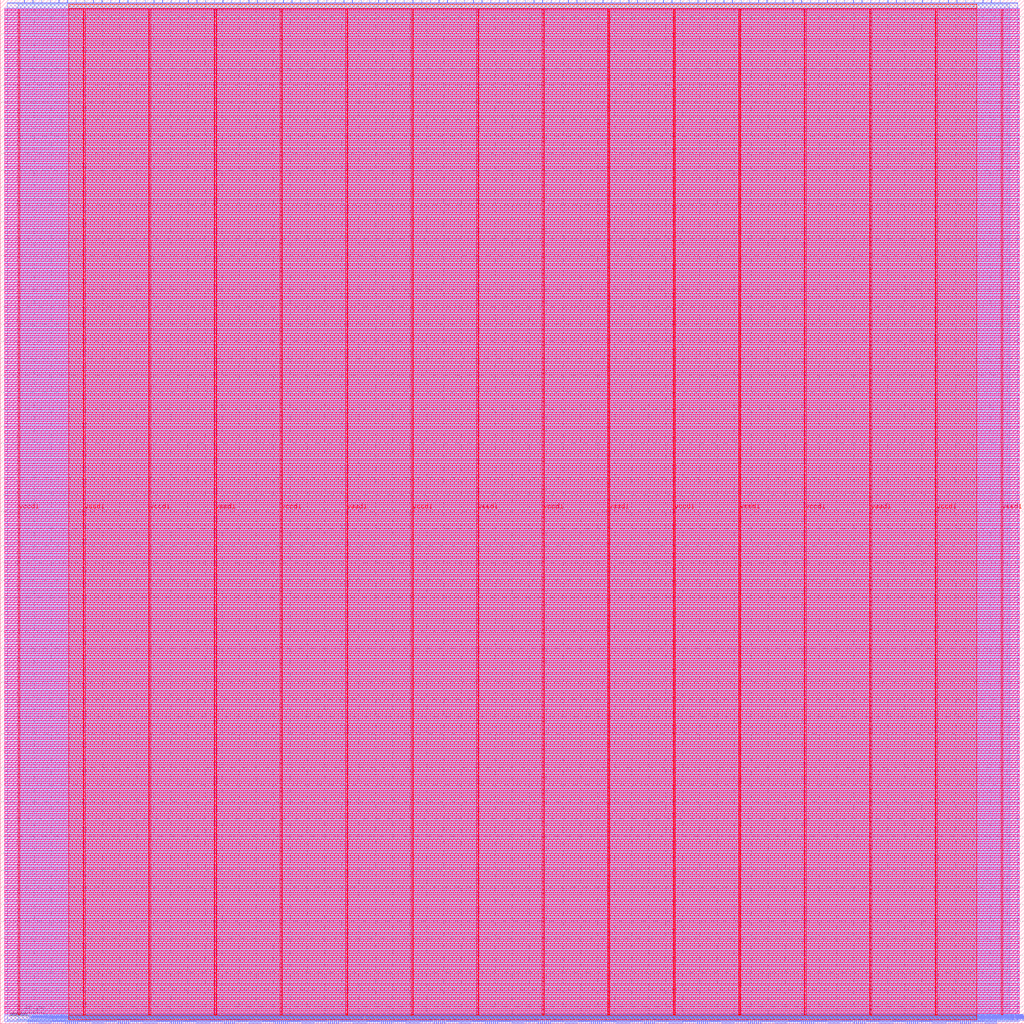
<source format=lef>
VERSION 5.7 ;
  NOWIREEXTENSIONATPIN ON ;
  DIVIDERCHAR "/" ;
  BUSBITCHARS "[]" ;
MACRO s3ga_proj
  CLASS BLOCK ;
  FOREIGN s3ga_proj ;
  ORIGIN 0.000 0.000 ;
  SIZE 1200.000 BY 1200.000 ;
  PIN io_in[0]
    DIRECTION INPUT ;
    USE SIGNAL ;
    PORT
      LAYER met2 ;
        RECT 28.150 1196.000 28.430 1200.000 ;
    END
  END io_in[0]
  PIN io_in[10]
    DIRECTION INPUT ;
    USE SIGNAL ;
    PORT
      LAYER met2 ;
        RECT 331.750 1196.000 332.030 1200.000 ;
    END
  END io_in[10]
  PIN io_in[11]
    DIRECTION INPUT ;
    USE SIGNAL ;
    PORT
      LAYER met2 ;
        RECT 362.110 1196.000 362.390 1200.000 ;
    END
  END io_in[11]
  PIN io_in[12]
    DIRECTION INPUT ;
    USE SIGNAL ;
    PORT
      LAYER met2 ;
        RECT 392.470 1196.000 392.750 1200.000 ;
    END
  END io_in[12]
  PIN io_in[13]
    DIRECTION INPUT ;
    USE SIGNAL ;
    PORT
      LAYER met2 ;
        RECT 422.830 1196.000 423.110 1200.000 ;
    END
  END io_in[13]
  PIN io_in[14]
    DIRECTION INPUT ;
    USE SIGNAL ;
    PORT
      LAYER met2 ;
        RECT 453.190 1196.000 453.470 1200.000 ;
    END
  END io_in[14]
  PIN io_in[15]
    DIRECTION INPUT ;
    USE SIGNAL ;
    PORT
      LAYER met2 ;
        RECT 483.550 1196.000 483.830 1200.000 ;
    END
  END io_in[15]
  PIN io_in[16]
    DIRECTION INPUT ;
    USE SIGNAL ;
    PORT
      LAYER met2 ;
        RECT 513.910 1196.000 514.190 1200.000 ;
    END
  END io_in[16]
  PIN io_in[17]
    DIRECTION INPUT ;
    USE SIGNAL ;
    PORT
      LAYER met2 ;
        RECT 544.270 1196.000 544.550 1200.000 ;
    END
  END io_in[17]
  PIN io_in[18]
    DIRECTION INPUT ;
    USE SIGNAL ;
    PORT
      LAYER met2 ;
        RECT 574.630 1196.000 574.910 1200.000 ;
    END
  END io_in[18]
  PIN io_in[19]
    DIRECTION INPUT ;
    USE SIGNAL ;
    PORT
      LAYER met2 ;
        RECT 604.990 1196.000 605.270 1200.000 ;
    END
  END io_in[19]
  PIN io_in[1]
    DIRECTION INPUT ;
    USE SIGNAL ;
    PORT
      LAYER met2 ;
        RECT 58.510 1196.000 58.790 1200.000 ;
    END
  END io_in[1]
  PIN io_in[20]
    DIRECTION INPUT ;
    USE SIGNAL ;
    PORT
      LAYER met2 ;
        RECT 635.350 1196.000 635.630 1200.000 ;
    END
  END io_in[20]
  PIN io_in[21]
    DIRECTION INPUT ;
    USE SIGNAL ;
    PORT
      LAYER met2 ;
        RECT 665.710 1196.000 665.990 1200.000 ;
    END
  END io_in[21]
  PIN io_in[22]
    DIRECTION INPUT ;
    USE SIGNAL ;
    PORT
      LAYER met2 ;
        RECT 696.070 1196.000 696.350 1200.000 ;
    END
  END io_in[22]
  PIN io_in[23]
    DIRECTION INPUT ;
    USE SIGNAL ;
    PORT
      LAYER met2 ;
        RECT 726.430 1196.000 726.710 1200.000 ;
    END
  END io_in[23]
  PIN io_in[24]
    DIRECTION INPUT ;
    USE SIGNAL ;
    PORT
      LAYER met2 ;
        RECT 756.790 1196.000 757.070 1200.000 ;
    END
  END io_in[24]
  PIN io_in[25]
    DIRECTION INPUT ;
    USE SIGNAL ;
    PORT
      LAYER met2 ;
        RECT 787.150 1196.000 787.430 1200.000 ;
    END
  END io_in[25]
  PIN io_in[26]
    DIRECTION INPUT ;
    USE SIGNAL ;
    PORT
      LAYER met2 ;
        RECT 817.510 1196.000 817.790 1200.000 ;
    END
  END io_in[26]
  PIN io_in[27]
    DIRECTION INPUT ;
    USE SIGNAL ;
    PORT
      LAYER met2 ;
        RECT 847.870 1196.000 848.150 1200.000 ;
    END
  END io_in[27]
  PIN io_in[28]
    DIRECTION INPUT ;
    USE SIGNAL ;
    PORT
      LAYER met2 ;
        RECT 878.230 1196.000 878.510 1200.000 ;
    END
  END io_in[28]
  PIN io_in[29]
    DIRECTION INPUT ;
    USE SIGNAL ;
    PORT
      LAYER met2 ;
        RECT 908.590 1196.000 908.870 1200.000 ;
    END
  END io_in[29]
  PIN io_in[2]
    DIRECTION INPUT ;
    USE SIGNAL ;
    PORT
      LAYER met2 ;
        RECT 88.870 1196.000 89.150 1200.000 ;
    END
  END io_in[2]
  PIN io_in[30]
    DIRECTION INPUT ;
    USE SIGNAL ;
    PORT
      LAYER met2 ;
        RECT 938.950 1196.000 939.230 1200.000 ;
    END
  END io_in[30]
  PIN io_in[31]
    DIRECTION INPUT ;
    USE SIGNAL ;
    PORT
      LAYER met2 ;
        RECT 969.310 1196.000 969.590 1200.000 ;
    END
  END io_in[31]
  PIN io_in[32]
    DIRECTION INPUT ;
    USE SIGNAL ;
    PORT
      LAYER met2 ;
        RECT 999.670 1196.000 999.950 1200.000 ;
    END
  END io_in[32]
  PIN io_in[33]
    DIRECTION INPUT ;
    USE SIGNAL ;
    PORT
      LAYER met2 ;
        RECT 1030.030 1196.000 1030.310 1200.000 ;
    END
  END io_in[33]
  PIN io_in[34]
    DIRECTION INPUT ;
    USE SIGNAL ;
    PORT
      LAYER met2 ;
        RECT 1060.390 1196.000 1060.670 1200.000 ;
    END
  END io_in[34]
  PIN io_in[35]
    DIRECTION INPUT ;
    USE SIGNAL ;
    PORT
      LAYER met2 ;
        RECT 1090.750 1196.000 1091.030 1200.000 ;
    END
  END io_in[35]
  PIN io_in[36]
    DIRECTION INPUT ;
    USE SIGNAL ;
    PORT
      LAYER met2 ;
        RECT 1121.110 1196.000 1121.390 1200.000 ;
    END
  END io_in[36]
  PIN io_in[37]
    DIRECTION INPUT ;
    USE SIGNAL ;
    PORT
      LAYER met2 ;
        RECT 1151.470 1196.000 1151.750 1200.000 ;
    END
  END io_in[37]
  PIN io_in[3]
    DIRECTION INPUT ;
    USE SIGNAL ;
    PORT
      LAYER met2 ;
        RECT 119.230 1196.000 119.510 1200.000 ;
    END
  END io_in[3]
  PIN io_in[4]
    DIRECTION INPUT ;
    USE SIGNAL ;
    PORT
      LAYER met2 ;
        RECT 149.590 1196.000 149.870 1200.000 ;
    END
  END io_in[4]
  PIN io_in[5]
    DIRECTION INPUT ;
    USE SIGNAL ;
    PORT
      LAYER met2 ;
        RECT 179.950 1196.000 180.230 1200.000 ;
    END
  END io_in[5]
  PIN io_in[6]
    DIRECTION INPUT ;
    USE SIGNAL ;
    PORT
      LAYER met2 ;
        RECT 210.310 1196.000 210.590 1200.000 ;
    END
  END io_in[6]
  PIN io_in[7]
    DIRECTION INPUT ;
    USE SIGNAL ;
    PORT
      LAYER met2 ;
        RECT 240.670 1196.000 240.950 1200.000 ;
    END
  END io_in[7]
  PIN io_in[8]
    DIRECTION INPUT ;
    USE SIGNAL ;
    PORT
      LAYER met2 ;
        RECT 271.030 1196.000 271.310 1200.000 ;
    END
  END io_in[8]
  PIN io_in[9]
    DIRECTION INPUT ;
    USE SIGNAL ;
    PORT
      LAYER met2 ;
        RECT 301.390 1196.000 301.670 1200.000 ;
    END
  END io_in[9]
  PIN io_oeb[0]
    DIRECTION OUTPUT TRISTATE ;
    USE SIGNAL ;
    PORT
      LAYER met2 ;
        RECT 38.270 1196.000 38.550 1200.000 ;
    END
  END io_oeb[0]
  PIN io_oeb[10]
    DIRECTION OUTPUT TRISTATE ;
    USE SIGNAL ;
    PORT
      LAYER met2 ;
        RECT 341.870 1196.000 342.150 1200.000 ;
    END
  END io_oeb[10]
  PIN io_oeb[11]
    DIRECTION OUTPUT TRISTATE ;
    USE SIGNAL ;
    PORT
      LAYER met2 ;
        RECT 372.230 1196.000 372.510 1200.000 ;
    END
  END io_oeb[11]
  PIN io_oeb[12]
    DIRECTION OUTPUT TRISTATE ;
    USE SIGNAL ;
    PORT
      LAYER met2 ;
        RECT 402.590 1196.000 402.870 1200.000 ;
    END
  END io_oeb[12]
  PIN io_oeb[13]
    DIRECTION OUTPUT TRISTATE ;
    USE SIGNAL ;
    PORT
      LAYER met2 ;
        RECT 432.950 1196.000 433.230 1200.000 ;
    END
  END io_oeb[13]
  PIN io_oeb[14]
    DIRECTION OUTPUT TRISTATE ;
    USE SIGNAL ;
    PORT
      LAYER met2 ;
        RECT 463.310 1196.000 463.590 1200.000 ;
    END
  END io_oeb[14]
  PIN io_oeb[15]
    DIRECTION OUTPUT TRISTATE ;
    USE SIGNAL ;
    PORT
      LAYER met2 ;
        RECT 493.670 1196.000 493.950 1200.000 ;
    END
  END io_oeb[15]
  PIN io_oeb[16]
    DIRECTION OUTPUT TRISTATE ;
    USE SIGNAL ;
    PORT
      LAYER met2 ;
        RECT 524.030 1196.000 524.310 1200.000 ;
    END
  END io_oeb[16]
  PIN io_oeb[17]
    DIRECTION OUTPUT TRISTATE ;
    USE SIGNAL ;
    PORT
      LAYER met2 ;
        RECT 554.390 1196.000 554.670 1200.000 ;
    END
  END io_oeb[17]
  PIN io_oeb[18]
    DIRECTION OUTPUT TRISTATE ;
    USE SIGNAL ;
    PORT
      LAYER met2 ;
        RECT 584.750 1196.000 585.030 1200.000 ;
    END
  END io_oeb[18]
  PIN io_oeb[19]
    DIRECTION OUTPUT TRISTATE ;
    USE SIGNAL ;
    PORT
      LAYER met2 ;
        RECT 615.110 1196.000 615.390 1200.000 ;
    END
  END io_oeb[19]
  PIN io_oeb[1]
    DIRECTION OUTPUT TRISTATE ;
    USE SIGNAL ;
    PORT
      LAYER met2 ;
        RECT 68.630 1196.000 68.910 1200.000 ;
    END
  END io_oeb[1]
  PIN io_oeb[20]
    DIRECTION OUTPUT TRISTATE ;
    USE SIGNAL ;
    PORT
      LAYER met2 ;
        RECT 645.470 1196.000 645.750 1200.000 ;
    END
  END io_oeb[20]
  PIN io_oeb[21]
    DIRECTION OUTPUT TRISTATE ;
    USE SIGNAL ;
    PORT
      LAYER met2 ;
        RECT 675.830 1196.000 676.110 1200.000 ;
    END
  END io_oeb[21]
  PIN io_oeb[22]
    DIRECTION OUTPUT TRISTATE ;
    USE SIGNAL ;
    PORT
      LAYER met2 ;
        RECT 706.190 1196.000 706.470 1200.000 ;
    END
  END io_oeb[22]
  PIN io_oeb[23]
    DIRECTION OUTPUT TRISTATE ;
    USE SIGNAL ;
    PORT
      LAYER met2 ;
        RECT 736.550 1196.000 736.830 1200.000 ;
    END
  END io_oeb[23]
  PIN io_oeb[24]
    DIRECTION OUTPUT TRISTATE ;
    USE SIGNAL ;
    PORT
      LAYER met2 ;
        RECT 766.910 1196.000 767.190 1200.000 ;
    END
  END io_oeb[24]
  PIN io_oeb[25]
    DIRECTION OUTPUT TRISTATE ;
    USE SIGNAL ;
    PORT
      LAYER met2 ;
        RECT 797.270 1196.000 797.550 1200.000 ;
    END
  END io_oeb[25]
  PIN io_oeb[26]
    DIRECTION OUTPUT TRISTATE ;
    USE SIGNAL ;
    PORT
      LAYER met2 ;
        RECT 827.630 1196.000 827.910 1200.000 ;
    END
  END io_oeb[26]
  PIN io_oeb[27]
    DIRECTION OUTPUT TRISTATE ;
    USE SIGNAL ;
    PORT
      LAYER met2 ;
        RECT 857.990 1196.000 858.270 1200.000 ;
    END
  END io_oeb[27]
  PIN io_oeb[28]
    DIRECTION OUTPUT TRISTATE ;
    USE SIGNAL ;
    PORT
      LAYER met2 ;
        RECT 888.350 1196.000 888.630 1200.000 ;
    END
  END io_oeb[28]
  PIN io_oeb[29]
    DIRECTION OUTPUT TRISTATE ;
    USE SIGNAL ;
    PORT
      LAYER met2 ;
        RECT 918.710 1196.000 918.990 1200.000 ;
    END
  END io_oeb[29]
  PIN io_oeb[2]
    DIRECTION OUTPUT TRISTATE ;
    USE SIGNAL ;
    PORT
      LAYER met2 ;
        RECT 98.990 1196.000 99.270 1200.000 ;
    END
  END io_oeb[2]
  PIN io_oeb[30]
    DIRECTION OUTPUT TRISTATE ;
    USE SIGNAL ;
    PORT
      LAYER met2 ;
        RECT 949.070 1196.000 949.350 1200.000 ;
    END
  END io_oeb[30]
  PIN io_oeb[31]
    DIRECTION OUTPUT TRISTATE ;
    USE SIGNAL ;
    PORT
      LAYER met2 ;
        RECT 979.430 1196.000 979.710 1200.000 ;
    END
  END io_oeb[31]
  PIN io_oeb[32]
    DIRECTION OUTPUT TRISTATE ;
    USE SIGNAL ;
    PORT
      LAYER met2 ;
        RECT 1009.790 1196.000 1010.070 1200.000 ;
    END
  END io_oeb[32]
  PIN io_oeb[33]
    DIRECTION OUTPUT TRISTATE ;
    USE SIGNAL ;
    PORT
      LAYER met2 ;
        RECT 1040.150 1196.000 1040.430 1200.000 ;
    END
  END io_oeb[33]
  PIN io_oeb[34]
    DIRECTION OUTPUT TRISTATE ;
    USE SIGNAL ;
    PORT
      LAYER met2 ;
        RECT 1070.510 1196.000 1070.790 1200.000 ;
    END
  END io_oeb[34]
  PIN io_oeb[35]
    DIRECTION OUTPUT TRISTATE ;
    USE SIGNAL ;
    PORT
      LAYER met2 ;
        RECT 1100.870 1196.000 1101.150 1200.000 ;
    END
  END io_oeb[35]
  PIN io_oeb[36]
    DIRECTION OUTPUT TRISTATE ;
    USE SIGNAL ;
    PORT
      LAYER met2 ;
        RECT 1131.230 1196.000 1131.510 1200.000 ;
    END
  END io_oeb[36]
  PIN io_oeb[37]
    DIRECTION OUTPUT TRISTATE ;
    USE SIGNAL ;
    PORT
      LAYER met2 ;
        RECT 1161.590 1196.000 1161.870 1200.000 ;
    END
  END io_oeb[37]
  PIN io_oeb[3]
    DIRECTION OUTPUT TRISTATE ;
    USE SIGNAL ;
    PORT
      LAYER met2 ;
        RECT 129.350 1196.000 129.630 1200.000 ;
    END
  END io_oeb[3]
  PIN io_oeb[4]
    DIRECTION OUTPUT TRISTATE ;
    USE SIGNAL ;
    PORT
      LAYER met2 ;
        RECT 159.710 1196.000 159.990 1200.000 ;
    END
  END io_oeb[4]
  PIN io_oeb[5]
    DIRECTION OUTPUT TRISTATE ;
    USE SIGNAL ;
    PORT
      LAYER met2 ;
        RECT 190.070 1196.000 190.350 1200.000 ;
    END
  END io_oeb[5]
  PIN io_oeb[6]
    DIRECTION OUTPUT TRISTATE ;
    USE SIGNAL ;
    PORT
      LAYER met2 ;
        RECT 220.430 1196.000 220.710 1200.000 ;
    END
  END io_oeb[6]
  PIN io_oeb[7]
    DIRECTION OUTPUT TRISTATE ;
    USE SIGNAL ;
    PORT
      LAYER met2 ;
        RECT 250.790 1196.000 251.070 1200.000 ;
    END
  END io_oeb[7]
  PIN io_oeb[8]
    DIRECTION OUTPUT TRISTATE ;
    USE SIGNAL ;
    PORT
      LAYER met2 ;
        RECT 281.150 1196.000 281.430 1200.000 ;
    END
  END io_oeb[8]
  PIN io_oeb[9]
    DIRECTION OUTPUT TRISTATE ;
    USE SIGNAL ;
    PORT
      LAYER met2 ;
        RECT 311.510 1196.000 311.790 1200.000 ;
    END
  END io_oeb[9]
  PIN io_out[0]
    DIRECTION OUTPUT TRISTATE ;
    USE SIGNAL ;
    PORT
      LAYER met2 ;
        RECT 48.390 1196.000 48.670 1200.000 ;
    END
  END io_out[0]
  PIN io_out[10]
    DIRECTION OUTPUT TRISTATE ;
    USE SIGNAL ;
    PORT
      LAYER met2 ;
        RECT 351.990 1196.000 352.270 1200.000 ;
    END
  END io_out[10]
  PIN io_out[11]
    DIRECTION OUTPUT TRISTATE ;
    USE SIGNAL ;
    PORT
      LAYER met2 ;
        RECT 382.350 1196.000 382.630 1200.000 ;
    END
  END io_out[11]
  PIN io_out[12]
    DIRECTION OUTPUT TRISTATE ;
    USE SIGNAL ;
    PORT
      LAYER met2 ;
        RECT 412.710 1196.000 412.990 1200.000 ;
    END
  END io_out[12]
  PIN io_out[13]
    DIRECTION OUTPUT TRISTATE ;
    USE SIGNAL ;
    PORT
      LAYER met2 ;
        RECT 443.070 1196.000 443.350 1200.000 ;
    END
  END io_out[13]
  PIN io_out[14]
    DIRECTION OUTPUT TRISTATE ;
    USE SIGNAL ;
    PORT
      LAYER met2 ;
        RECT 473.430 1196.000 473.710 1200.000 ;
    END
  END io_out[14]
  PIN io_out[15]
    DIRECTION OUTPUT TRISTATE ;
    USE SIGNAL ;
    PORT
      LAYER met2 ;
        RECT 503.790 1196.000 504.070 1200.000 ;
    END
  END io_out[15]
  PIN io_out[16]
    DIRECTION OUTPUT TRISTATE ;
    USE SIGNAL ;
    PORT
      LAYER met2 ;
        RECT 534.150 1196.000 534.430 1200.000 ;
    END
  END io_out[16]
  PIN io_out[17]
    DIRECTION OUTPUT TRISTATE ;
    USE SIGNAL ;
    PORT
      LAYER met2 ;
        RECT 564.510 1196.000 564.790 1200.000 ;
    END
  END io_out[17]
  PIN io_out[18]
    DIRECTION OUTPUT TRISTATE ;
    USE SIGNAL ;
    PORT
      LAYER met2 ;
        RECT 594.870 1196.000 595.150 1200.000 ;
    END
  END io_out[18]
  PIN io_out[19]
    DIRECTION OUTPUT TRISTATE ;
    USE SIGNAL ;
    PORT
      LAYER met2 ;
        RECT 625.230 1196.000 625.510 1200.000 ;
    END
  END io_out[19]
  PIN io_out[1]
    DIRECTION OUTPUT TRISTATE ;
    USE SIGNAL ;
    PORT
      LAYER met2 ;
        RECT 78.750 1196.000 79.030 1200.000 ;
    END
  END io_out[1]
  PIN io_out[20]
    DIRECTION OUTPUT TRISTATE ;
    USE SIGNAL ;
    PORT
      LAYER met2 ;
        RECT 655.590 1196.000 655.870 1200.000 ;
    END
  END io_out[20]
  PIN io_out[21]
    DIRECTION OUTPUT TRISTATE ;
    USE SIGNAL ;
    PORT
      LAYER met2 ;
        RECT 685.950 1196.000 686.230 1200.000 ;
    END
  END io_out[21]
  PIN io_out[22]
    DIRECTION OUTPUT TRISTATE ;
    USE SIGNAL ;
    PORT
      LAYER met2 ;
        RECT 716.310 1196.000 716.590 1200.000 ;
    END
  END io_out[22]
  PIN io_out[23]
    DIRECTION OUTPUT TRISTATE ;
    USE SIGNAL ;
    PORT
      LAYER met2 ;
        RECT 746.670 1196.000 746.950 1200.000 ;
    END
  END io_out[23]
  PIN io_out[24]
    DIRECTION OUTPUT TRISTATE ;
    USE SIGNAL ;
    PORT
      LAYER met2 ;
        RECT 777.030 1196.000 777.310 1200.000 ;
    END
  END io_out[24]
  PIN io_out[25]
    DIRECTION OUTPUT TRISTATE ;
    USE SIGNAL ;
    PORT
      LAYER met2 ;
        RECT 807.390 1196.000 807.670 1200.000 ;
    END
  END io_out[25]
  PIN io_out[26]
    DIRECTION OUTPUT TRISTATE ;
    USE SIGNAL ;
    PORT
      LAYER met2 ;
        RECT 837.750 1196.000 838.030 1200.000 ;
    END
  END io_out[26]
  PIN io_out[27]
    DIRECTION OUTPUT TRISTATE ;
    USE SIGNAL ;
    PORT
      LAYER met2 ;
        RECT 868.110 1196.000 868.390 1200.000 ;
    END
  END io_out[27]
  PIN io_out[28]
    DIRECTION OUTPUT TRISTATE ;
    USE SIGNAL ;
    PORT
      LAYER met2 ;
        RECT 898.470 1196.000 898.750 1200.000 ;
    END
  END io_out[28]
  PIN io_out[29]
    DIRECTION OUTPUT TRISTATE ;
    USE SIGNAL ;
    PORT
      LAYER met2 ;
        RECT 928.830 1196.000 929.110 1200.000 ;
    END
  END io_out[29]
  PIN io_out[2]
    DIRECTION OUTPUT TRISTATE ;
    USE SIGNAL ;
    PORT
      LAYER met2 ;
        RECT 109.110 1196.000 109.390 1200.000 ;
    END
  END io_out[2]
  PIN io_out[30]
    DIRECTION OUTPUT TRISTATE ;
    USE SIGNAL ;
    PORT
      LAYER met2 ;
        RECT 959.190 1196.000 959.470 1200.000 ;
    END
  END io_out[30]
  PIN io_out[31]
    DIRECTION OUTPUT TRISTATE ;
    USE SIGNAL ;
    PORT
      LAYER met2 ;
        RECT 989.550 1196.000 989.830 1200.000 ;
    END
  END io_out[31]
  PIN io_out[32]
    DIRECTION OUTPUT TRISTATE ;
    USE SIGNAL ;
    PORT
      LAYER met2 ;
        RECT 1019.910 1196.000 1020.190 1200.000 ;
    END
  END io_out[32]
  PIN io_out[33]
    DIRECTION OUTPUT TRISTATE ;
    USE SIGNAL ;
    PORT
      LAYER met2 ;
        RECT 1050.270 1196.000 1050.550 1200.000 ;
    END
  END io_out[33]
  PIN io_out[34]
    DIRECTION OUTPUT TRISTATE ;
    USE SIGNAL ;
    PORT
      LAYER met2 ;
        RECT 1080.630 1196.000 1080.910 1200.000 ;
    END
  END io_out[34]
  PIN io_out[35]
    DIRECTION OUTPUT TRISTATE ;
    USE SIGNAL ;
    PORT
      LAYER met2 ;
        RECT 1110.990 1196.000 1111.270 1200.000 ;
    END
  END io_out[35]
  PIN io_out[36]
    DIRECTION OUTPUT TRISTATE ;
    USE SIGNAL ;
    PORT
      LAYER met2 ;
        RECT 1141.350 1196.000 1141.630 1200.000 ;
    END
  END io_out[36]
  PIN io_out[37]
    DIRECTION OUTPUT TRISTATE ;
    USE SIGNAL ;
    PORT
      LAYER met2 ;
        RECT 1171.710 1196.000 1171.990 1200.000 ;
    END
  END io_out[37]
  PIN io_out[3]
    DIRECTION OUTPUT TRISTATE ;
    USE SIGNAL ;
    PORT
      LAYER met2 ;
        RECT 139.470 1196.000 139.750 1200.000 ;
    END
  END io_out[3]
  PIN io_out[4]
    DIRECTION OUTPUT TRISTATE ;
    USE SIGNAL ;
    PORT
      LAYER met2 ;
        RECT 169.830 1196.000 170.110 1200.000 ;
    END
  END io_out[4]
  PIN io_out[5]
    DIRECTION OUTPUT TRISTATE ;
    USE SIGNAL ;
    PORT
      LAYER met2 ;
        RECT 200.190 1196.000 200.470 1200.000 ;
    END
  END io_out[5]
  PIN io_out[6]
    DIRECTION OUTPUT TRISTATE ;
    USE SIGNAL ;
    PORT
      LAYER met2 ;
        RECT 230.550 1196.000 230.830 1200.000 ;
    END
  END io_out[6]
  PIN io_out[7]
    DIRECTION OUTPUT TRISTATE ;
    USE SIGNAL ;
    PORT
      LAYER met2 ;
        RECT 260.910 1196.000 261.190 1200.000 ;
    END
  END io_out[7]
  PIN io_out[8]
    DIRECTION OUTPUT TRISTATE ;
    USE SIGNAL ;
    PORT
      LAYER met2 ;
        RECT 291.270 1196.000 291.550 1200.000 ;
    END
  END io_out[8]
  PIN io_out[9]
    DIRECTION OUTPUT TRISTATE ;
    USE SIGNAL ;
    PORT
      LAYER met2 ;
        RECT 321.630 1196.000 321.910 1200.000 ;
    END
  END io_out[9]
  PIN la_data_in[0]
    DIRECTION INPUT ;
    USE SIGNAL ;
    PORT
      LAYER met2 ;
        RECT 276.550 0.000 276.830 4.000 ;
    END
  END la_data_in[0]
  PIN la_data_in[100]
    DIRECTION INPUT ;
    USE SIGNAL ;
    PORT
      LAYER met2 ;
        RECT 966.550 0.000 966.830 4.000 ;
    END
  END la_data_in[100]
  PIN la_data_in[101]
    DIRECTION INPUT ;
    USE SIGNAL ;
    PORT
      LAYER met2 ;
        RECT 973.450 0.000 973.730 4.000 ;
    END
  END la_data_in[101]
  PIN la_data_in[102]
    DIRECTION INPUT ;
    USE SIGNAL ;
    PORT
      LAYER met2 ;
        RECT 980.350 0.000 980.630 4.000 ;
    END
  END la_data_in[102]
  PIN la_data_in[103]
    DIRECTION INPUT ;
    USE SIGNAL ;
    PORT
      LAYER met2 ;
        RECT 987.250 0.000 987.530 4.000 ;
    END
  END la_data_in[103]
  PIN la_data_in[104]
    DIRECTION INPUT ;
    USE SIGNAL ;
    PORT
      LAYER met2 ;
        RECT 994.150 0.000 994.430 4.000 ;
    END
  END la_data_in[104]
  PIN la_data_in[105]
    DIRECTION INPUT ;
    USE SIGNAL ;
    PORT
      LAYER met2 ;
        RECT 1001.050 0.000 1001.330 4.000 ;
    END
  END la_data_in[105]
  PIN la_data_in[106]
    DIRECTION INPUT ;
    USE SIGNAL ;
    PORT
      LAYER met2 ;
        RECT 1007.950 0.000 1008.230 4.000 ;
    END
  END la_data_in[106]
  PIN la_data_in[107]
    DIRECTION INPUT ;
    USE SIGNAL ;
    PORT
      LAYER met2 ;
        RECT 1014.850 0.000 1015.130 4.000 ;
    END
  END la_data_in[107]
  PIN la_data_in[108]
    DIRECTION INPUT ;
    USE SIGNAL ;
    PORT
      LAYER met2 ;
        RECT 1021.750 0.000 1022.030 4.000 ;
    END
  END la_data_in[108]
  PIN la_data_in[109]
    DIRECTION INPUT ;
    USE SIGNAL ;
    PORT
      LAYER met2 ;
        RECT 1028.650 0.000 1028.930 4.000 ;
    END
  END la_data_in[109]
  PIN la_data_in[10]
    DIRECTION INPUT ;
    USE SIGNAL ;
    PORT
      LAYER met2 ;
        RECT 345.550 0.000 345.830 4.000 ;
    END
  END la_data_in[10]
  PIN la_data_in[110]
    DIRECTION INPUT ;
    USE SIGNAL ;
    PORT
      LAYER met2 ;
        RECT 1035.550 0.000 1035.830 4.000 ;
    END
  END la_data_in[110]
  PIN la_data_in[111]
    DIRECTION INPUT ;
    USE SIGNAL ;
    PORT
      LAYER met2 ;
        RECT 1042.450 0.000 1042.730 4.000 ;
    END
  END la_data_in[111]
  PIN la_data_in[112]
    DIRECTION INPUT ;
    USE SIGNAL ;
    PORT
      LAYER met2 ;
        RECT 1049.350 0.000 1049.630 4.000 ;
    END
  END la_data_in[112]
  PIN la_data_in[113]
    DIRECTION INPUT ;
    USE SIGNAL ;
    PORT
      LAYER met2 ;
        RECT 1056.250 0.000 1056.530 4.000 ;
    END
  END la_data_in[113]
  PIN la_data_in[114]
    DIRECTION INPUT ;
    USE SIGNAL ;
    PORT
      LAYER met2 ;
        RECT 1063.150 0.000 1063.430 4.000 ;
    END
  END la_data_in[114]
  PIN la_data_in[115]
    DIRECTION INPUT ;
    USE SIGNAL ;
    PORT
      LAYER met2 ;
        RECT 1070.050 0.000 1070.330 4.000 ;
    END
  END la_data_in[115]
  PIN la_data_in[116]
    DIRECTION INPUT ;
    USE SIGNAL ;
    PORT
      LAYER met2 ;
        RECT 1076.950 0.000 1077.230 4.000 ;
    END
  END la_data_in[116]
  PIN la_data_in[117]
    DIRECTION INPUT ;
    USE SIGNAL ;
    PORT
      LAYER met2 ;
        RECT 1083.850 0.000 1084.130 4.000 ;
    END
  END la_data_in[117]
  PIN la_data_in[118]
    DIRECTION INPUT ;
    USE SIGNAL ;
    PORT
      LAYER met2 ;
        RECT 1090.750 0.000 1091.030 4.000 ;
    END
  END la_data_in[118]
  PIN la_data_in[119]
    DIRECTION INPUT ;
    USE SIGNAL ;
    PORT
      LAYER met2 ;
        RECT 1097.650 0.000 1097.930 4.000 ;
    END
  END la_data_in[119]
  PIN la_data_in[11]
    DIRECTION INPUT ;
    USE SIGNAL ;
    PORT
      LAYER met2 ;
        RECT 352.450 0.000 352.730 4.000 ;
    END
  END la_data_in[11]
  PIN la_data_in[120]
    DIRECTION INPUT ;
    USE SIGNAL ;
    PORT
      LAYER met2 ;
        RECT 1104.550 0.000 1104.830 4.000 ;
    END
  END la_data_in[120]
  PIN la_data_in[121]
    DIRECTION INPUT ;
    USE SIGNAL ;
    PORT
      LAYER met2 ;
        RECT 1111.450 0.000 1111.730 4.000 ;
    END
  END la_data_in[121]
  PIN la_data_in[122]
    DIRECTION INPUT ;
    USE SIGNAL ;
    PORT
      LAYER met2 ;
        RECT 1118.350 0.000 1118.630 4.000 ;
    END
  END la_data_in[122]
  PIN la_data_in[123]
    DIRECTION INPUT ;
    USE SIGNAL ;
    PORT
      LAYER met2 ;
        RECT 1125.250 0.000 1125.530 4.000 ;
    END
  END la_data_in[123]
  PIN la_data_in[124]
    DIRECTION INPUT ;
    USE SIGNAL ;
    PORT
      LAYER met2 ;
        RECT 1132.150 0.000 1132.430 4.000 ;
    END
  END la_data_in[124]
  PIN la_data_in[125]
    DIRECTION INPUT ;
    USE SIGNAL ;
    PORT
      LAYER met2 ;
        RECT 1139.050 0.000 1139.330 4.000 ;
    END
  END la_data_in[125]
  PIN la_data_in[126]
    DIRECTION INPUT ;
    USE SIGNAL ;
    PORT
      LAYER met2 ;
        RECT 1145.950 0.000 1146.230 4.000 ;
    END
  END la_data_in[126]
  PIN la_data_in[127]
    DIRECTION INPUT ;
    USE SIGNAL ;
    PORT
      LAYER met2 ;
        RECT 1152.850 0.000 1153.130 4.000 ;
    END
  END la_data_in[127]
  PIN la_data_in[12]
    DIRECTION INPUT ;
    USE SIGNAL ;
    PORT
      LAYER met2 ;
        RECT 359.350 0.000 359.630 4.000 ;
    END
  END la_data_in[12]
  PIN la_data_in[13]
    DIRECTION INPUT ;
    USE SIGNAL ;
    PORT
      LAYER met2 ;
        RECT 366.250 0.000 366.530 4.000 ;
    END
  END la_data_in[13]
  PIN la_data_in[14]
    DIRECTION INPUT ;
    USE SIGNAL ;
    PORT
      LAYER met2 ;
        RECT 373.150 0.000 373.430 4.000 ;
    END
  END la_data_in[14]
  PIN la_data_in[15]
    DIRECTION INPUT ;
    USE SIGNAL ;
    PORT
      LAYER met2 ;
        RECT 380.050 0.000 380.330 4.000 ;
    END
  END la_data_in[15]
  PIN la_data_in[16]
    DIRECTION INPUT ;
    USE SIGNAL ;
    PORT
      LAYER met2 ;
        RECT 386.950 0.000 387.230 4.000 ;
    END
  END la_data_in[16]
  PIN la_data_in[17]
    DIRECTION INPUT ;
    USE SIGNAL ;
    PORT
      LAYER met2 ;
        RECT 393.850 0.000 394.130 4.000 ;
    END
  END la_data_in[17]
  PIN la_data_in[18]
    DIRECTION INPUT ;
    USE SIGNAL ;
    PORT
      LAYER met2 ;
        RECT 400.750 0.000 401.030 4.000 ;
    END
  END la_data_in[18]
  PIN la_data_in[19]
    DIRECTION INPUT ;
    USE SIGNAL ;
    PORT
      LAYER met2 ;
        RECT 407.650 0.000 407.930 4.000 ;
    END
  END la_data_in[19]
  PIN la_data_in[1]
    DIRECTION INPUT ;
    USE SIGNAL ;
    PORT
      LAYER met2 ;
        RECT 283.450 0.000 283.730 4.000 ;
    END
  END la_data_in[1]
  PIN la_data_in[20]
    DIRECTION INPUT ;
    USE SIGNAL ;
    PORT
      LAYER met2 ;
        RECT 414.550 0.000 414.830 4.000 ;
    END
  END la_data_in[20]
  PIN la_data_in[21]
    DIRECTION INPUT ;
    USE SIGNAL ;
    PORT
      LAYER met2 ;
        RECT 421.450 0.000 421.730 4.000 ;
    END
  END la_data_in[21]
  PIN la_data_in[22]
    DIRECTION INPUT ;
    USE SIGNAL ;
    PORT
      LAYER met2 ;
        RECT 428.350 0.000 428.630 4.000 ;
    END
  END la_data_in[22]
  PIN la_data_in[23]
    DIRECTION INPUT ;
    USE SIGNAL ;
    PORT
      LAYER met2 ;
        RECT 435.250 0.000 435.530 4.000 ;
    END
  END la_data_in[23]
  PIN la_data_in[24]
    DIRECTION INPUT ;
    USE SIGNAL ;
    PORT
      LAYER met2 ;
        RECT 442.150 0.000 442.430 4.000 ;
    END
  END la_data_in[24]
  PIN la_data_in[25]
    DIRECTION INPUT ;
    USE SIGNAL ;
    PORT
      LAYER met2 ;
        RECT 449.050 0.000 449.330 4.000 ;
    END
  END la_data_in[25]
  PIN la_data_in[26]
    DIRECTION INPUT ;
    USE SIGNAL ;
    PORT
      LAYER met2 ;
        RECT 455.950 0.000 456.230 4.000 ;
    END
  END la_data_in[26]
  PIN la_data_in[27]
    DIRECTION INPUT ;
    USE SIGNAL ;
    PORT
      LAYER met2 ;
        RECT 462.850 0.000 463.130 4.000 ;
    END
  END la_data_in[27]
  PIN la_data_in[28]
    DIRECTION INPUT ;
    USE SIGNAL ;
    PORT
      LAYER met2 ;
        RECT 469.750 0.000 470.030 4.000 ;
    END
  END la_data_in[28]
  PIN la_data_in[29]
    DIRECTION INPUT ;
    USE SIGNAL ;
    PORT
      LAYER met2 ;
        RECT 476.650 0.000 476.930 4.000 ;
    END
  END la_data_in[29]
  PIN la_data_in[2]
    DIRECTION INPUT ;
    USE SIGNAL ;
    PORT
      LAYER met2 ;
        RECT 290.350 0.000 290.630 4.000 ;
    END
  END la_data_in[2]
  PIN la_data_in[30]
    DIRECTION INPUT ;
    USE SIGNAL ;
    PORT
      LAYER met2 ;
        RECT 483.550 0.000 483.830 4.000 ;
    END
  END la_data_in[30]
  PIN la_data_in[31]
    DIRECTION INPUT ;
    USE SIGNAL ;
    PORT
      LAYER met2 ;
        RECT 490.450 0.000 490.730 4.000 ;
    END
  END la_data_in[31]
  PIN la_data_in[32]
    DIRECTION INPUT ;
    USE SIGNAL ;
    PORT
      LAYER met2 ;
        RECT 497.350 0.000 497.630 4.000 ;
    END
  END la_data_in[32]
  PIN la_data_in[33]
    DIRECTION INPUT ;
    USE SIGNAL ;
    PORT
      LAYER met2 ;
        RECT 504.250 0.000 504.530 4.000 ;
    END
  END la_data_in[33]
  PIN la_data_in[34]
    DIRECTION INPUT ;
    USE SIGNAL ;
    PORT
      LAYER met2 ;
        RECT 511.150 0.000 511.430 4.000 ;
    END
  END la_data_in[34]
  PIN la_data_in[35]
    DIRECTION INPUT ;
    USE SIGNAL ;
    PORT
      LAYER met2 ;
        RECT 518.050 0.000 518.330 4.000 ;
    END
  END la_data_in[35]
  PIN la_data_in[36]
    DIRECTION INPUT ;
    USE SIGNAL ;
    PORT
      LAYER met2 ;
        RECT 524.950 0.000 525.230 4.000 ;
    END
  END la_data_in[36]
  PIN la_data_in[37]
    DIRECTION INPUT ;
    USE SIGNAL ;
    PORT
      LAYER met2 ;
        RECT 531.850 0.000 532.130 4.000 ;
    END
  END la_data_in[37]
  PIN la_data_in[38]
    DIRECTION INPUT ;
    USE SIGNAL ;
    PORT
      LAYER met2 ;
        RECT 538.750 0.000 539.030 4.000 ;
    END
  END la_data_in[38]
  PIN la_data_in[39]
    DIRECTION INPUT ;
    USE SIGNAL ;
    PORT
      LAYER met2 ;
        RECT 545.650 0.000 545.930 4.000 ;
    END
  END la_data_in[39]
  PIN la_data_in[3]
    DIRECTION INPUT ;
    USE SIGNAL ;
    PORT
      LAYER met2 ;
        RECT 297.250 0.000 297.530 4.000 ;
    END
  END la_data_in[3]
  PIN la_data_in[40]
    DIRECTION INPUT ;
    USE SIGNAL ;
    PORT
      LAYER met2 ;
        RECT 552.550 0.000 552.830 4.000 ;
    END
  END la_data_in[40]
  PIN la_data_in[41]
    DIRECTION INPUT ;
    USE SIGNAL ;
    PORT
      LAYER met2 ;
        RECT 559.450 0.000 559.730 4.000 ;
    END
  END la_data_in[41]
  PIN la_data_in[42]
    DIRECTION INPUT ;
    USE SIGNAL ;
    PORT
      LAYER met2 ;
        RECT 566.350 0.000 566.630 4.000 ;
    END
  END la_data_in[42]
  PIN la_data_in[43]
    DIRECTION INPUT ;
    USE SIGNAL ;
    PORT
      LAYER met2 ;
        RECT 573.250 0.000 573.530 4.000 ;
    END
  END la_data_in[43]
  PIN la_data_in[44]
    DIRECTION INPUT ;
    USE SIGNAL ;
    PORT
      LAYER met2 ;
        RECT 580.150 0.000 580.430 4.000 ;
    END
  END la_data_in[44]
  PIN la_data_in[45]
    DIRECTION INPUT ;
    USE SIGNAL ;
    PORT
      LAYER met2 ;
        RECT 587.050 0.000 587.330 4.000 ;
    END
  END la_data_in[45]
  PIN la_data_in[46]
    DIRECTION INPUT ;
    USE SIGNAL ;
    PORT
      LAYER met2 ;
        RECT 593.950 0.000 594.230 4.000 ;
    END
  END la_data_in[46]
  PIN la_data_in[47]
    DIRECTION INPUT ;
    USE SIGNAL ;
    PORT
      LAYER met2 ;
        RECT 600.850 0.000 601.130 4.000 ;
    END
  END la_data_in[47]
  PIN la_data_in[48]
    DIRECTION INPUT ;
    USE SIGNAL ;
    PORT
      LAYER met2 ;
        RECT 607.750 0.000 608.030 4.000 ;
    END
  END la_data_in[48]
  PIN la_data_in[49]
    DIRECTION INPUT ;
    USE SIGNAL ;
    PORT
      LAYER met2 ;
        RECT 614.650 0.000 614.930 4.000 ;
    END
  END la_data_in[49]
  PIN la_data_in[4]
    DIRECTION INPUT ;
    USE SIGNAL ;
    PORT
      LAYER met2 ;
        RECT 304.150 0.000 304.430 4.000 ;
    END
  END la_data_in[4]
  PIN la_data_in[50]
    DIRECTION INPUT ;
    USE SIGNAL ;
    PORT
      LAYER met2 ;
        RECT 621.550 0.000 621.830 4.000 ;
    END
  END la_data_in[50]
  PIN la_data_in[51]
    DIRECTION INPUT ;
    USE SIGNAL ;
    PORT
      LAYER met2 ;
        RECT 628.450 0.000 628.730 4.000 ;
    END
  END la_data_in[51]
  PIN la_data_in[52]
    DIRECTION INPUT ;
    USE SIGNAL ;
    PORT
      LAYER met2 ;
        RECT 635.350 0.000 635.630 4.000 ;
    END
  END la_data_in[52]
  PIN la_data_in[53]
    DIRECTION INPUT ;
    USE SIGNAL ;
    PORT
      LAYER met2 ;
        RECT 642.250 0.000 642.530 4.000 ;
    END
  END la_data_in[53]
  PIN la_data_in[54]
    DIRECTION INPUT ;
    USE SIGNAL ;
    PORT
      LAYER met2 ;
        RECT 649.150 0.000 649.430 4.000 ;
    END
  END la_data_in[54]
  PIN la_data_in[55]
    DIRECTION INPUT ;
    USE SIGNAL ;
    PORT
      LAYER met2 ;
        RECT 656.050 0.000 656.330 4.000 ;
    END
  END la_data_in[55]
  PIN la_data_in[56]
    DIRECTION INPUT ;
    USE SIGNAL ;
    PORT
      LAYER met2 ;
        RECT 662.950 0.000 663.230 4.000 ;
    END
  END la_data_in[56]
  PIN la_data_in[57]
    DIRECTION INPUT ;
    USE SIGNAL ;
    PORT
      LAYER met2 ;
        RECT 669.850 0.000 670.130 4.000 ;
    END
  END la_data_in[57]
  PIN la_data_in[58]
    DIRECTION INPUT ;
    USE SIGNAL ;
    PORT
      LAYER met2 ;
        RECT 676.750 0.000 677.030 4.000 ;
    END
  END la_data_in[58]
  PIN la_data_in[59]
    DIRECTION INPUT ;
    USE SIGNAL ;
    PORT
      LAYER met2 ;
        RECT 683.650 0.000 683.930 4.000 ;
    END
  END la_data_in[59]
  PIN la_data_in[5]
    DIRECTION INPUT ;
    USE SIGNAL ;
    PORT
      LAYER met2 ;
        RECT 311.050 0.000 311.330 4.000 ;
    END
  END la_data_in[5]
  PIN la_data_in[60]
    DIRECTION INPUT ;
    USE SIGNAL ;
    PORT
      LAYER met2 ;
        RECT 690.550 0.000 690.830 4.000 ;
    END
  END la_data_in[60]
  PIN la_data_in[61]
    DIRECTION INPUT ;
    USE SIGNAL ;
    PORT
      LAYER met2 ;
        RECT 697.450 0.000 697.730 4.000 ;
    END
  END la_data_in[61]
  PIN la_data_in[62]
    DIRECTION INPUT ;
    USE SIGNAL ;
    PORT
      LAYER met2 ;
        RECT 704.350 0.000 704.630 4.000 ;
    END
  END la_data_in[62]
  PIN la_data_in[63]
    DIRECTION INPUT ;
    USE SIGNAL ;
    PORT
      LAYER met2 ;
        RECT 711.250 0.000 711.530 4.000 ;
    END
  END la_data_in[63]
  PIN la_data_in[64]
    DIRECTION INPUT ;
    USE SIGNAL ;
    PORT
      LAYER met2 ;
        RECT 718.150 0.000 718.430 4.000 ;
    END
  END la_data_in[64]
  PIN la_data_in[65]
    DIRECTION INPUT ;
    USE SIGNAL ;
    PORT
      LAYER met2 ;
        RECT 725.050 0.000 725.330 4.000 ;
    END
  END la_data_in[65]
  PIN la_data_in[66]
    DIRECTION INPUT ;
    USE SIGNAL ;
    PORT
      LAYER met2 ;
        RECT 731.950 0.000 732.230 4.000 ;
    END
  END la_data_in[66]
  PIN la_data_in[67]
    DIRECTION INPUT ;
    USE SIGNAL ;
    PORT
      LAYER met2 ;
        RECT 738.850 0.000 739.130 4.000 ;
    END
  END la_data_in[67]
  PIN la_data_in[68]
    DIRECTION INPUT ;
    USE SIGNAL ;
    PORT
      LAYER met2 ;
        RECT 745.750 0.000 746.030 4.000 ;
    END
  END la_data_in[68]
  PIN la_data_in[69]
    DIRECTION INPUT ;
    USE SIGNAL ;
    PORT
      LAYER met2 ;
        RECT 752.650 0.000 752.930 4.000 ;
    END
  END la_data_in[69]
  PIN la_data_in[6]
    DIRECTION INPUT ;
    USE SIGNAL ;
    PORT
      LAYER met2 ;
        RECT 317.950 0.000 318.230 4.000 ;
    END
  END la_data_in[6]
  PIN la_data_in[70]
    DIRECTION INPUT ;
    USE SIGNAL ;
    PORT
      LAYER met2 ;
        RECT 759.550 0.000 759.830 4.000 ;
    END
  END la_data_in[70]
  PIN la_data_in[71]
    DIRECTION INPUT ;
    USE SIGNAL ;
    PORT
      LAYER met2 ;
        RECT 766.450 0.000 766.730 4.000 ;
    END
  END la_data_in[71]
  PIN la_data_in[72]
    DIRECTION INPUT ;
    USE SIGNAL ;
    PORT
      LAYER met2 ;
        RECT 773.350 0.000 773.630 4.000 ;
    END
  END la_data_in[72]
  PIN la_data_in[73]
    DIRECTION INPUT ;
    USE SIGNAL ;
    PORT
      LAYER met2 ;
        RECT 780.250 0.000 780.530 4.000 ;
    END
  END la_data_in[73]
  PIN la_data_in[74]
    DIRECTION INPUT ;
    USE SIGNAL ;
    PORT
      LAYER met2 ;
        RECT 787.150 0.000 787.430 4.000 ;
    END
  END la_data_in[74]
  PIN la_data_in[75]
    DIRECTION INPUT ;
    USE SIGNAL ;
    PORT
      LAYER met2 ;
        RECT 794.050 0.000 794.330 4.000 ;
    END
  END la_data_in[75]
  PIN la_data_in[76]
    DIRECTION INPUT ;
    USE SIGNAL ;
    PORT
      LAYER met2 ;
        RECT 800.950 0.000 801.230 4.000 ;
    END
  END la_data_in[76]
  PIN la_data_in[77]
    DIRECTION INPUT ;
    USE SIGNAL ;
    PORT
      LAYER met2 ;
        RECT 807.850 0.000 808.130 4.000 ;
    END
  END la_data_in[77]
  PIN la_data_in[78]
    DIRECTION INPUT ;
    USE SIGNAL ;
    PORT
      LAYER met2 ;
        RECT 814.750 0.000 815.030 4.000 ;
    END
  END la_data_in[78]
  PIN la_data_in[79]
    DIRECTION INPUT ;
    USE SIGNAL ;
    PORT
      LAYER met2 ;
        RECT 821.650 0.000 821.930 4.000 ;
    END
  END la_data_in[79]
  PIN la_data_in[7]
    DIRECTION INPUT ;
    USE SIGNAL ;
    PORT
      LAYER met2 ;
        RECT 324.850 0.000 325.130 4.000 ;
    END
  END la_data_in[7]
  PIN la_data_in[80]
    DIRECTION INPUT ;
    USE SIGNAL ;
    PORT
      LAYER met2 ;
        RECT 828.550 0.000 828.830 4.000 ;
    END
  END la_data_in[80]
  PIN la_data_in[81]
    DIRECTION INPUT ;
    USE SIGNAL ;
    PORT
      LAYER met2 ;
        RECT 835.450 0.000 835.730 4.000 ;
    END
  END la_data_in[81]
  PIN la_data_in[82]
    DIRECTION INPUT ;
    USE SIGNAL ;
    PORT
      LAYER met2 ;
        RECT 842.350 0.000 842.630 4.000 ;
    END
  END la_data_in[82]
  PIN la_data_in[83]
    DIRECTION INPUT ;
    USE SIGNAL ;
    PORT
      LAYER met2 ;
        RECT 849.250 0.000 849.530 4.000 ;
    END
  END la_data_in[83]
  PIN la_data_in[84]
    DIRECTION INPUT ;
    USE SIGNAL ;
    PORT
      LAYER met2 ;
        RECT 856.150 0.000 856.430 4.000 ;
    END
  END la_data_in[84]
  PIN la_data_in[85]
    DIRECTION INPUT ;
    USE SIGNAL ;
    PORT
      LAYER met2 ;
        RECT 863.050 0.000 863.330 4.000 ;
    END
  END la_data_in[85]
  PIN la_data_in[86]
    DIRECTION INPUT ;
    USE SIGNAL ;
    PORT
      LAYER met2 ;
        RECT 869.950 0.000 870.230 4.000 ;
    END
  END la_data_in[86]
  PIN la_data_in[87]
    DIRECTION INPUT ;
    USE SIGNAL ;
    PORT
      LAYER met2 ;
        RECT 876.850 0.000 877.130 4.000 ;
    END
  END la_data_in[87]
  PIN la_data_in[88]
    DIRECTION INPUT ;
    USE SIGNAL ;
    PORT
      LAYER met2 ;
        RECT 883.750 0.000 884.030 4.000 ;
    END
  END la_data_in[88]
  PIN la_data_in[89]
    DIRECTION INPUT ;
    USE SIGNAL ;
    PORT
      LAYER met2 ;
        RECT 890.650 0.000 890.930 4.000 ;
    END
  END la_data_in[89]
  PIN la_data_in[8]
    DIRECTION INPUT ;
    USE SIGNAL ;
    PORT
      LAYER met2 ;
        RECT 331.750 0.000 332.030 4.000 ;
    END
  END la_data_in[8]
  PIN la_data_in[90]
    DIRECTION INPUT ;
    USE SIGNAL ;
    PORT
      LAYER met2 ;
        RECT 897.550 0.000 897.830 4.000 ;
    END
  END la_data_in[90]
  PIN la_data_in[91]
    DIRECTION INPUT ;
    USE SIGNAL ;
    PORT
      LAYER met2 ;
        RECT 904.450 0.000 904.730 4.000 ;
    END
  END la_data_in[91]
  PIN la_data_in[92]
    DIRECTION INPUT ;
    USE SIGNAL ;
    PORT
      LAYER met2 ;
        RECT 911.350 0.000 911.630 4.000 ;
    END
  END la_data_in[92]
  PIN la_data_in[93]
    DIRECTION INPUT ;
    USE SIGNAL ;
    PORT
      LAYER met2 ;
        RECT 918.250 0.000 918.530 4.000 ;
    END
  END la_data_in[93]
  PIN la_data_in[94]
    DIRECTION INPUT ;
    USE SIGNAL ;
    PORT
      LAYER met2 ;
        RECT 925.150 0.000 925.430 4.000 ;
    END
  END la_data_in[94]
  PIN la_data_in[95]
    DIRECTION INPUT ;
    USE SIGNAL ;
    PORT
      LAYER met2 ;
        RECT 932.050 0.000 932.330 4.000 ;
    END
  END la_data_in[95]
  PIN la_data_in[96]
    DIRECTION INPUT ;
    USE SIGNAL ;
    PORT
      LAYER met2 ;
        RECT 938.950 0.000 939.230 4.000 ;
    END
  END la_data_in[96]
  PIN la_data_in[97]
    DIRECTION INPUT ;
    USE SIGNAL ;
    PORT
      LAYER met2 ;
        RECT 945.850 0.000 946.130 4.000 ;
    END
  END la_data_in[97]
  PIN la_data_in[98]
    DIRECTION INPUT ;
    USE SIGNAL ;
    PORT
      LAYER met2 ;
        RECT 952.750 0.000 953.030 4.000 ;
    END
  END la_data_in[98]
  PIN la_data_in[99]
    DIRECTION INPUT ;
    USE SIGNAL ;
    PORT
      LAYER met2 ;
        RECT 959.650 0.000 959.930 4.000 ;
    END
  END la_data_in[99]
  PIN la_data_in[9]
    DIRECTION INPUT ;
    USE SIGNAL ;
    PORT
      LAYER met2 ;
        RECT 338.650 0.000 338.930 4.000 ;
    END
  END la_data_in[9]
  PIN la_data_out[0]
    DIRECTION OUTPUT TRISTATE ;
    USE SIGNAL ;
    PORT
      LAYER met2 ;
        RECT 278.850 0.000 279.130 4.000 ;
    END
  END la_data_out[0]
  PIN la_data_out[100]
    DIRECTION OUTPUT TRISTATE ;
    USE SIGNAL ;
    PORT
      LAYER met2 ;
        RECT 968.850 0.000 969.130 4.000 ;
    END
  END la_data_out[100]
  PIN la_data_out[101]
    DIRECTION OUTPUT TRISTATE ;
    USE SIGNAL ;
    PORT
      LAYER met2 ;
        RECT 975.750 0.000 976.030 4.000 ;
    END
  END la_data_out[101]
  PIN la_data_out[102]
    DIRECTION OUTPUT TRISTATE ;
    USE SIGNAL ;
    PORT
      LAYER met2 ;
        RECT 982.650 0.000 982.930 4.000 ;
    END
  END la_data_out[102]
  PIN la_data_out[103]
    DIRECTION OUTPUT TRISTATE ;
    USE SIGNAL ;
    PORT
      LAYER met2 ;
        RECT 989.550 0.000 989.830 4.000 ;
    END
  END la_data_out[103]
  PIN la_data_out[104]
    DIRECTION OUTPUT TRISTATE ;
    USE SIGNAL ;
    PORT
      LAYER met2 ;
        RECT 996.450 0.000 996.730 4.000 ;
    END
  END la_data_out[104]
  PIN la_data_out[105]
    DIRECTION OUTPUT TRISTATE ;
    USE SIGNAL ;
    PORT
      LAYER met2 ;
        RECT 1003.350 0.000 1003.630 4.000 ;
    END
  END la_data_out[105]
  PIN la_data_out[106]
    DIRECTION OUTPUT TRISTATE ;
    USE SIGNAL ;
    PORT
      LAYER met2 ;
        RECT 1010.250 0.000 1010.530 4.000 ;
    END
  END la_data_out[106]
  PIN la_data_out[107]
    DIRECTION OUTPUT TRISTATE ;
    USE SIGNAL ;
    PORT
      LAYER met2 ;
        RECT 1017.150 0.000 1017.430 4.000 ;
    END
  END la_data_out[107]
  PIN la_data_out[108]
    DIRECTION OUTPUT TRISTATE ;
    USE SIGNAL ;
    PORT
      LAYER met2 ;
        RECT 1024.050 0.000 1024.330 4.000 ;
    END
  END la_data_out[108]
  PIN la_data_out[109]
    DIRECTION OUTPUT TRISTATE ;
    USE SIGNAL ;
    PORT
      LAYER met2 ;
        RECT 1030.950 0.000 1031.230 4.000 ;
    END
  END la_data_out[109]
  PIN la_data_out[10]
    DIRECTION OUTPUT TRISTATE ;
    USE SIGNAL ;
    PORT
      LAYER met2 ;
        RECT 347.850 0.000 348.130 4.000 ;
    END
  END la_data_out[10]
  PIN la_data_out[110]
    DIRECTION OUTPUT TRISTATE ;
    USE SIGNAL ;
    PORT
      LAYER met2 ;
        RECT 1037.850 0.000 1038.130 4.000 ;
    END
  END la_data_out[110]
  PIN la_data_out[111]
    DIRECTION OUTPUT TRISTATE ;
    USE SIGNAL ;
    PORT
      LAYER met2 ;
        RECT 1044.750 0.000 1045.030 4.000 ;
    END
  END la_data_out[111]
  PIN la_data_out[112]
    DIRECTION OUTPUT TRISTATE ;
    USE SIGNAL ;
    PORT
      LAYER met2 ;
        RECT 1051.650 0.000 1051.930 4.000 ;
    END
  END la_data_out[112]
  PIN la_data_out[113]
    DIRECTION OUTPUT TRISTATE ;
    USE SIGNAL ;
    PORT
      LAYER met2 ;
        RECT 1058.550 0.000 1058.830 4.000 ;
    END
  END la_data_out[113]
  PIN la_data_out[114]
    DIRECTION OUTPUT TRISTATE ;
    USE SIGNAL ;
    PORT
      LAYER met2 ;
        RECT 1065.450 0.000 1065.730 4.000 ;
    END
  END la_data_out[114]
  PIN la_data_out[115]
    DIRECTION OUTPUT TRISTATE ;
    USE SIGNAL ;
    PORT
      LAYER met2 ;
        RECT 1072.350 0.000 1072.630 4.000 ;
    END
  END la_data_out[115]
  PIN la_data_out[116]
    DIRECTION OUTPUT TRISTATE ;
    USE SIGNAL ;
    PORT
      LAYER met2 ;
        RECT 1079.250 0.000 1079.530 4.000 ;
    END
  END la_data_out[116]
  PIN la_data_out[117]
    DIRECTION OUTPUT TRISTATE ;
    USE SIGNAL ;
    PORT
      LAYER met2 ;
        RECT 1086.150 0.000 1086.430 4.000 ;
    END
  END la_data_out[117]
  PIN la_data_out[118]
    DIRECTION OUTPUT TRISTATE ;
    USE SIGNAL ;
    PORT
      LAYER met2 ;
        RECT 1093.050 0.000 1093.330 4.000 ;
    END
  END la_data_out[118]
  PIN la_data_out[119]
    DIRECTION OUTPUT TRISTATE ;
    USE SIGNAL ;
    PORT
      LAYER met2 ;
        RECT 1099.950 0.000 1100.230 4.000 ;
    END
  END la_data_out[119]
  PIN la_data_out[11]
    DIRECTION OUTPUT TRISTATE ;
    USE SIGNAL ;
    PORT
      LAYER met2 ;
        RECT 354.750 0.000 355.030 4.000 ;
    END
  END la_data_out[11]
  PIN la_data_out[120]
    DIRECTION OUTPUT TRISTATE ;
    USE SIGNAL ;
    PORT
      LAYER met2 ;
        RECT 1106.850 0.000 1107.130 4.000 ;
    END
  END la_data_out[120]
  PIN la_data_out[121]
    DIRECTION OUTPUT TRISTATE ;
    USE SIGNAL ;
    PORT
      LAYER met2 ;
        RECT 1113.750 0.000 1114.030 4.000 ;
    END
  END la_data_out[121]
  PIN la_data_out[122]
    DIRECTION OUTPUT TRISTATE ;
    USE SIGNAL ;
    PORT
      LAYER met2 ;
        RECT 1120.650 0.000 1120.930 4.000 ;
    END
  END la_data_out[122]
  PIN la_data_out[123]
    DIRECTION OUTPUT TRISTATE ;
    USE SIGNAL ;
    PORT
      LAYER met2 ;
        RECT 1127.550 0.000 1127.830 4.000 ;
    END
  END la_data_out[123]
  PIN la_data_out[124]
    DIRECTION OUTPUT TRISTATE ;
    USE SIGNAL ;
    PORT
      LAYER met2 ;
        RECT 1134.450 0.000 1134.730 4.000 ;
    END
  END la_data_out[124]
  PIN la_data_out[125]
    DIRECTION OUTPUT TRISTATE ;
    USE SIGNAL ;
    PORT
      LAYER met2 ;
        RECT 1141.350 0.000 1141.630 4.000 ;
    END
  END la_data_out[125]
  PIN la_data_out[126]
    DIRECTION OUTPUT TRISTATE ;
    USE SIGNAL ;
    PORT
      LAYER met2 ;
        RECT 1148.250 0.000 1148.530 4.000 ;
    END
  END la_data_out[126]
  PIN la_data_out[127]
    DIRECTION OUTPUT TRISTATE ;
    USE SIGNAL ;
    PORT
      LAYER met2 ;
        RECT 1155.150 0.000 1155.430 4.000 ;
    END
  END la_data_out[127]
  PIN la_data_out[12]
    DIRECTION OUTPUT TRISTATE ;
    USE SIGNAL ;
    PORT
      LAYER met2 ;
        RECT 361.650 0.000 361.930 4.000 ;
    END
  END la_data_out[12]
  PIN la_data_out[13]
    DIRECTION OUTPUT TRISTATE ;
    USE SIGNAL ;
    PORT
      LAYER met2 ;
        RECT 368.550 0.000 368.830 4.000 ;
    END
  END la_data_out[13]
  PIN la_data_out[14]
    DIRECTION OUTPUT TRISTATE ;
    USE SIGNAL ;
    PORT
      LAYER met2 ;
        RECT 375.450 0.000 375.730 4.000 ;
    END
  END la_data_out[14]
  PIN la_data_out[15]
    DIRECTION OUTPUT TRISTATE ;
    USE SIGNAL ;
    PORT
      LAYER met2 ;
        RECT 382.350 0.000 382.630 4.000 ;
    END
  END la_data_out[15]
  PIN la_data_out[16]
    DIRECTION OUTPUT TRISTATE ;
    USE SIGNAL ;
    PORT
      LAYER met2 ;
        RECT 389.250 0.000 389.530 4.000 ;
    END
  END la_data_out[16]
  PIN la_data_out[17]
    DIRECTION OUTPUT TRISTATE ;
    USE SIGNAL ;
    PORT
      LAYER met2 ;
        RECT 396.150 0.000 396.430 4.000 ;
    END
  END la_data_out[17]
  PIN la_data_out[18]
    DIRECTION OUTPUT TRISTATE ;
    USE SIGNAL ;
    PORT
      LAYER met2 ;
        RECT 403.050 0.000 403.330 4.000 ;
    END
  END la_data_out[18]
  PIN la_data_out[19]
    DIRECTION OUTPUT TRISTATE ;
    USE SIGNAL ;
    PORT
      LAYER met2 ;
        RECT 409.950 0.000 410.230 4.000 ;
    END
  END la_data_out[19]
  PIN la_data_out[1]
    DIRECTION OUTPUT TRISTATE ;
    USE SIGNAL ;
    PORT
      LAYER met2 ;
        RECT 285.750 0.000 286.030 4.000 ;
    END
  END la_data_out[1]
  PIN la_data_out[20]
    DIRECTION OUTPUT TRISTATE ;
    USE SIGNAL ;
    PORT
      LAYER met2 ;
        RECT 416.850 0.000 417.130 4.000 ;
    END
  END la_data_out[20]
  PIN la_data_out[21]
    DIRECTION OUTPUT TRISTATE ;
    USE SIGNAL ;
    PORT
      LAYER met2 ;
        RECT 423.750 0.000 424.030 4.000 ;
    END
  END la_data_out[21]
  PIN la_data_out[22]
    DIRECTION OUTPUT TRISTATE ;
    USE SIGNAL ;
    PORT
      LAYER met2 ;
        RECT 430.650 0.000 430.930 4.000 ;
    END
  END la_data_out[22]
  PIN la_data_out[23]
    DIRECTION OUTPUT TRISTATE ;
    USE SIGNAL ;
    PORT
      LAYER met2 ;
        RECT 437.550 0.000 437.830 4.000 ;
    END
  END la_data_out[23]
  PIN la_data_out[24]
    DIRECTION OUTPUT TRISTATE ;
    USE SIGNAL ;
    PORT
      LAYER met2 ;
        RECT 444.450 0.000 444.730 4.000 ;
    END
  END la_data_out[24]
  PIN la_data_out[25]
    DIRECTION OUTPUT TRISTATE ;
    USE SIGNAL ;
    PORT
      LAYER met2 ;
        RECT 451.350 0.000 451.630 4.000 ;
    END
  END la_data_out[25]
  PIN la_data_out[26]
    DIRECTION OUTPUT TRISTATE ;
    USE SIGNAL ;
    PORT
      LAYER met2 ;
        RECT 458.250 0.000 458.530 4.000 ;
    END
  END la_data_out[26]
  PIN la_data_out[27]
    DIRECTION OUTPUT TRISTATE ;
    USE SIGNAL ;
    PORT
      LAYER met2 ;
        RECT 465.150 0.000 465.430 4.000 ;
    END
  END la_data_out[27]
  PIN la_data_out[28]
    DIRECTION OUTPUT TRISTATE ;
    USE SIGNAL ;
    PORT
      LAYER met2 ;
        RECT 472.050 0.000 472.330 4.000 ;
    END
  END la_data_out[28]
  PIN la_data_out[29]
    DIRECTION OUTPUT TRISTATE ;
    USE SIGNAL ;
    PORT
      LAYER met2 ;
        RECT 478.950 0.000 479.230 4.000 ;
    END
  END la_data_out[29]
  PIN la_data_out[2]
    DIRECTION OUTPUT TRISTATE ;
    USE SIGNAL ;
    PORT
      LAYER met2 ;
        RECT 292.650 0.000 292.930 4.000 ;
    END
  END la_data_out[2]
  PIN la_data_out[30]
    DIRECTION OUTPUT TRISTATE ;
    USE SIGNAL ;
    PORT
      LAYER met2 ;
        RECT 485.850 0.000 486.130 4.000 ;
    END
  END la_data_out[30]
  PIN la_data_out[31]
    DIRECTION OUTPUT TRISTATE ;
    USE SIGNAL ;
    PORT
      LAYER met2 ;
        RECT 492.750 0.000 493.030 4.000 ;
    END
  END la_data_out[31]
  PIN la_data_out[32]
    DIRECTION OUTPUT TRISTATE ;
    USE SIGNAL ;
    PORT
      LAYER met2 ;
        RECT 499.650 0.000 499.930 4.000 ;
    END
  END la_data_out[32]
  PIN la_data_out[33]
    DIRECTION OUTPUT TRISTATE ;
    USE SIGNAL ;
    PORT
      LAYER met2 ;
        RECT 506.550 0.000 506.830 4.000 ;
    END
  END la_data_out[33]
  PIN la_data_out[34]
    DIRECTION OUTPUT TRISTATE ;
    USE SIGNAL ;
    PORT
      LAYER met2 ;
        RECT 513.450 0.000 513.730 4.000 ;
    END
  END la_data_out[34]
  PIN la_data_out[35]
    DIRECTION OUTPUT TRISTATE ;
    USE SIGNAL ;
    PORT
      LAYER met2 ;
        RECT 520.350 0.000 520.630 4.000 ;
    END
  END la_data_out[35]
  PIN la_data_out[36]
    DIRECTION OUTPUT TRISTATE ;
    USE SIGNAL ;
    PORT
      LAYER met2 ;
        RECT 527.250 0.000 527.530 4.000 ;
    END
  END la_data_out[36]
  PIN la_data_out[37]
    DIRECTION OUTPUT TRISTATE ;
    USE SIGNAL ;
    PORT
      LAYER met2 ;
        RECT 534.150 0.000 534.430 4.000 ;
    END
  END la_data_out[37]
  PIN la_data_out[38]
    DIRECTION OUTPUT TRISTATE ;
    USE SIGNAL ;
    PORT
      LAYER met2 ;
        RECT 541.050 0.000 541.330 4.000 ;
    END
  END la_data_out[38]
  PIN la_data_out[39]
    DIRECTION OUTPUT TRISTATE ;
    USE SIGNAL ;
    PORT
      LAYER met2 ;
        RECT 547.950 0.000 548.230 4.000 ;
    END
  END la_data_out[39]
  PIN la_data_out[3]
    DIRECTION OUTPUT TRISTATE ;
    USE SIGNAL ;
    PORT
      LAYER met2 ;
        RECT 299.550 0.000 299.830 4.000 ;
    END
  END la_data_out[3]
  PIN la_data_out[40]
    DIRECTION OUTPUT TRISTATE ;
    USE SIGNAL ;
    PORT
      LAYER met2 ;
        RECT 554.850 0.000 555.130 4.000 ;
    END
  END la_data_out[40]
  PIN la_data_out[41]
    DIRECTION OUTPUT TRISTATE ;
    USE SIGNAL ;
    PORT
      LAYER met2 ;
        RECT 561.750 0.000 562.030 4.000 ;
    END
  END la_data_out[41]
  PIN la_data_out[42]
    DIRECTION OUTPUT TRISTATE ;
    USE SIGNAL ;
    PORT
      LAYER met2 ;
        RECT 568.650 0.000 568.930 4.000 ;
    END
  END la_data_out[42]
  PIN la_data_out[43]
    DIRECTION OUTPUT TRISTATE ;
    USE SIGNAL ;
    PORT
      LAYER met2 ;
        RECT 575.550 0.000 575.830 4.000 ;
    END
  END la_data_out[43]
  PIN la_data_out[44]
    DIRECTION OUTPUT TRISTATE ;
    USE SIGNAL ;
    PORT
      LAYER met2 ;
        RECT 582.450 0.000 582.730 4.000 ;
    END
  END la_data_out[44]
  PIN la_data_out[45]
    DIRECTION OUTPUT TRISTATE ;
    USE SIGNAL ;
    PORT
      LAYER met2 ;
        RECT 589.350 0.000 589.630 4.000 ;
    END
  END la_data_out[45]
  PIN la_data_out[46]
    DIRECTION OUTPUT TRISTATE ;
    USE SIGNAL ;
    PORT
      LAYER met2 ;
        RECT 596.250 0.000 596.530 4.000 ;
    END
  END la_data_out[46]
  PIN la_data_out[47]
    DIRECTION OUTPUT TRISTATE ;
    USE SIGNAL ;
    PORT
      LAYER met2 ;
        RECT 603.150 0.000 603.430 4.000 ;
    END
  END la_data_out[47]
  PIN la_data_out[48]
    DIRECTION OUTPUT TRISTATE ;
    USE SIGNAL ;
    PORT
      LAYER met2 ;
        RECT 610.050 0.000 610.330 4.000 ;
    END
  END la_data_out[48]
  PIN la_data_out[49]
    DIRECTION OUTPUT TRISTATE ;
    USE SIGNAL ;
    PORT
      LAYER met2 ;
        RECT 616.950 0.000 617.230 4.000 ;
    END
  END la_data_out[49]
  PIN la_data_out[4]
    DIRECTION OUTPUT TRISTATE ;
    USE SIGNAL ;
    PORT
      LAYER met2 ;
        RECT 306.450 0.000 306.730 4.000 ;
    END
  END la_data_out[4]
  PIN la_data_out[50]
    DIRECTION OUTPUT TRISTATE ;
    USE SIGNAL ;
    PORT
      LAYER met2 ;
        RECT 623.850 0.000 624.130 4.000 ;
    END
  END la_data_out[50]
  PIN la_data_out[51]
    DIRECTION OUTPUT TRISTATE ;
    USE SIGNAL ;
    PORT
      LAYER met2 ;
        RECT 630.750 0.000 631.030 4.000 ;
    END
  END la_data_out[51]
  PIN la_data_out[52]
    DIRECTION OUTPUT TRISTATE ;
    USE SIGNAL ;
    PORT
      LAYER met2 ;
        RECT 637.650 0.000 637.930 4.000 ;
    END
  END la_data_out[52]
  PIN la_data_out[53]
    DIRECTION OUTPUT TRISTATE ;
    USE SIGNAL ;
    PORT
      LAYER met2 ;
        RECT 644.550 0.000 644.830 4.000 ;
    END
  END la_data_out[53]
  PIN la_data_out[54]
    DIRECTION OUTPUT TRISTATE ;
    USE SIGNAL ;
    PORT
      LAYER met2 ;
        RECT 651.450 0.000 651.730 4.000 ;
    END
  END la_data_out[54]
  PIN la_data_out[55]
    DIRECTION OUTPUT TRISTATE ;
    USE SIGNAL ;
    PORT
      LAYER met2 ;
        RECT 658.350 0.000 658.630 4.000 ;
    END
  END la_data_out[55]
  PIN la_data_out[56]
    DIRECTION OUTPUT TRISTATE ;
    USE SIGNAL ;
    PORT
      LAYER met2 ;
        RECT 665.250 0.000 665.530 4.000 ;
    END
  END la_data_out[56]
  PIN la_data_out[57]
    DIRECTION OUTPUT TRISTATE ;
    USE SIGNAL ;
    PORT
      LAYER met2 ;
        RECT 672.150 0.000 672.430 4.000 ;
    END
  END la_data_out[57]
  PIN la_data_out[58]
    DIRECTION OUTPUT TRISTATE ;
    USE SIGNAL ;
    PORT
      LAYER met2 ;
        RECT 679.050 0.000 679.330 4.000 ;
    END
  END la_data_out[58]
  PIN la_data_out[59]
    DIRECTION OUTPUT TRISTATE ;
    USE SIGNAL ;
    PORT
      LAYER met2 ;
        RECT 685.950 0.000 686.230 4.000 ;
    END
  END la_data_out[59]
  PIN la_data_out[5]
    DIRECTION OUTPUT TRISTATE ;
    USE SIGNAL ;
    PORT
      LAYER met2 ;
        RECT 313.350 0.000 313.630 4.000 ;
    END
  END la_data_out[5]
  PIN la_data_out[60]
    DIRECTION OUTPUT TRISTATE ;
    USE SIGNAL ;
    PORT
      LAYER met2 ;
        RECT 692.850 0.000 693.130 4.000 ;
    END
  END la_data_out[60]
  PIN la_data_out[61]
    DIRECTION OUTPUT TRISTATE ;
    USE SIGNAL ;
    PORT
      LAYER met2 ;
        RECT 699.750 0.000 700.030 4.000 ;
    END
  END la_data_out[61]
  PIN la_data_out[62]
    DIRECTION OUTPUT TRISTATE ;
    USE SIGNAL ;
    PORT
      LAYER met2 ;
        RECT 706.650 0.000 706.930 4.000 ;
    END
  END la_data_out[62]
  PIN la_data_out[63]
    DIRECTION OUTPUT TRISTATE ;
    USE SIGNAL ;
    PORT
      LAYER met2 ;
        RECT 713.550 0.000 713.830 4.000 ;
    END
  END la_data_out[63]
  PIN la_data_out[64]
    DIRECTION OUTPUT TRISTATE ;
    USE SIGNAL ;
    PORT
      LAYER met2 ;
        RECT 720.450 0.000 720.730 4.000 ;
    END
  END la_data_out[64]
  PIN la_data_out[65]
    DIRECTION OUTPUT TRISTATE ;
    USE SIGNAL ;
    PORT
      LAYER met2 ;
        RECT 727.350 0.000 727.630 4.000 ;
    END
  END la_data_out[65]
  PIN la_data_out[66]
    DIRECTION OUTPUT TRISTATE ;
    USE SIGNAL ;
    PORT
      LAYER met2 ;
        RECT 734.250 0.000 734.530 4.000 ;
    END
  END la_data_out[66]
  PIN la_data_out[67]
    DIRECTION OUTPUT TRISTATE ;
    USE SIGNAL ;
    PORT
      LAYER met2 ;
        RECT 741.150 0.000 741.430 4.000 ;
    END
  END la_data_out[67]
  PIN la_data_out[68]
    DIRECTION OUTPUT TRISTATE ;
    USE SIGNAL ;
    PORT
      LAYER met2 ;
        RECT 748.050 0.000 748.330 4.000 ;
    END
  END la_data_out[68]
  PIN la_data_out[69]
    DIRECTION OUTPUT TRISTATE ;
    USE SIGNAL ;
    PORT
      LAYER met2 ;
        RECT 754.950 0.000 755.230 4.000 ;
    END
  END la_data_out[69]
  PIN la_data_out[6]
    DIRECTION OUTPUT TRISTATE ;
    USE SIGNAL ;
    PORT
      LAYER met2 ;
        RECT 320.250 0.000 320.530 4.000 ;
    END
  END la_data_out[6]
  PIN la_data_out[70]
    DIRECTION OUTPUT TRISTATE ;
    USE SIGNAL ;
    PORT
      LAYER met2 ;
        RECT 761.850 0.000 762.130 4.000 ;
    END
  END la_data_out[70]
  PIN la_data_out[71]
    DIRECTION OUTPUT TRISTATE ;
    USE SIGNAL ;
    PORT
      LAYER met2 ;
        RECT 768.750 0.000 769.030 4.000 ;
    END
  END la_data_out[71]
  PIN la_data_out[72]
    DIRECTION OUTPUT TRISTATE ;
    USE SIGNAL ;
    PORT
      LAYER met2 ;
        RECT 775.650 0.000 775.930 4.000 ;
    END
  END la_data_out[72]
  PIN la_data_out[73]
    DIRECTION OUTPUT TRISTATE ;
    USE SIGNAL ;
    PORT
      LAYER met2 ;
        RECT 782.550 0.000 782.830 4.000 ;
    END
  END la_data_out[73]
  PIN la_data_out[74]
    DIRECTION OUTPUT TRISTATE ;
    USE SIGNAL ;
    PORT
      LAYER met2 ;
        RECT 789.450 0.000 789.730 4.000 ;
    END
  END la_data_out[74]
  PIN la_data_out[75]
    DIRECTION OUTPUT TRISTATE ;
    USE SIGNAL ;
    PORT
      LAYER met2 ;
        RECT 796.350 0.000 796.630 4.000 ;
    END
  END la_data_out[75]
  PIN la_data_out[76]
    DIRECTION OUTPUT TRISTATE ;
    USE SIGNAL ;
    PORT
      LAYER met2 ;
        RECT 803.250 0.000 803.530 4.000 ;
    END
  END la_data_out[76]
  PIN la_data_out[77]
    DIRECTION OUTPUT TRISTATE ;
    USE SIGNAL ;
    PORT
      LAYER met2 ;
        RECT 810.150 0.000 810.430 4.000 ;
    END
  END la_data_out[77]
  PIN la_data_out[78]
    DIRECTION OUTPUT TRISTATE ;
    USE SIGNAL ;
    PORT
      LAYER met2 ;
        RECT 817.050 0.000 817.330 4.000 ;
    END
  END la_data_out[78]
  PIN la_data_out[79]
    DIRECTION OUTPUT TRISTATE ;
    USE SIGNAL ;
    PORT
      LAYER met2 ;
        RECT 823.950 0.000 824.230 4.000 ;
    END
  END la_data_out[79]
  PIN la_data_out[7]
    DIRECTION OUTPUT TRISTATE ;
    USE SIGNAL ;
    PORT
      LAYER met2 ;
        RECT 327.150 0.000 327.430 4.000 ;
    END
  END la_data_out[7]
  PIN la_data_out[80]
    DIRECTION OUTPUT TRISTATE ;
    USE SIGNAL ;
    PORT
      LAYER met2 ;
        RECT 830.850 0.000 831.130 4.000 ;
    END
  END la_data_out[80]
  PIN la_data_out[81]
    DIRECTION OUTPUT TRISTATE ;
    USE SIGNAL ;
    PORT
      LAYER met2 ;
        RECT 837.750 0.000 838.030 4.000 ;
    END
  END la_data_out[81]
  PIN la_data_out[82]
    DIRECTION OUTPUT TRISTATE ;
    USE SIGNAL ;
    PORT
      LAYER met2 ;
        RECT 844.650 0.000 844.930 4.000 ;
    END
  END la_data_out[82]
  PIN la_data_out[83]
    DIRECTION OUTPUT TRISTATE ;
    USE SIGNAL ;
    PORT
      LAYER met2 ;
        RECT 851.550 0.000 851.830 4.000 ;
    END
  END la_data_out[83]
  PIN la_data_out[84]
    DIRECTION OUTPUT TRISTATE ;
    USE SIGNAL ;
    PORT
      LAYER met2 ;
        RECT 858.450 0.000 858.730 4.000 ;
    END
  END la_data_out[84]
  PIN la_data_out[85]
    DIRECTION OUTPUT TRISTATE ;
    USE SIGNAL ;
    PORT
      LAYER met2 ;
        RECT 865.350 0.000 865.630 4.000 ;
    END
  END la_data_out[85]
  PIN la_data_out[86]
    DIRECTION OUTPUT TRISTATE ;
    USE SIGNAL ;
    PORT
      LAYER met2 ;
        RECT 872.250 0.000 872.530 4.000 ;
    END
  END la_data_out[86]
  PIN la_data_out[87]
    DIRECTION OUTPUT TRISTATE ;
    USE SIGNAL ;
    PORT
      LAYER met2 ;
        RECT 879.150 0.000 879.430 4.000 ;
    END
  END la_data_out[87]
  PIN la_data_out[88]
    DIRECTION OUTPUT TRISTATE ;
    USE SIGNAL ;
    PORT
      LAYER met2 ;
        RECT 886.050 0.000 886.330 4.000 ;
    END
  END la_data_out[88]
  PIN la_data_out[89]
    DIRECTION OUTPUT TRISTATE ;
    USE SIGNAL ;
    PORT
      LAYER met2 ;
        RECT 892.950 0.000 893.230 4.000 ;
    END
  END la_data_out[89]
  PIN la_data_out[8]
    DIRECTION OUTPUT TRISTATE ;
    USE SIGNAL ;
    PORT
      LAYER met2 ;
        RECT 334.050 0.000 334.330 4.000 ;
    END
  END la_data_out[8]
  PIN la_data_out[90]
    DIRECTION OUTPUT TRISTATE ;
    USE SIGNAL ;
    PORT
      LAYER met2 ;
        RECT 899.850 0.000 900.130 4.000 ;
    END
  END la_data_out[90]
  PIN la_data_out[91]
    DIRECTION OUTPUT TRISTATE ;
    USE SIGNAL ;
    PORT
      LAYER met2 ;
        RECT 906.750 0.000 907.030 4.000 ;
    END
  END la_data_out[91]
  PIN la_data_out[92]
    DIRECTION OUTPUT TRISTATE ;
    USE SIGNAL ;
    PORT
      LAYER met2 ;
        RECT 913.650 0.000 913.930 4.000 ;
    END
  END la_data_out[92]
  PIN la_data_out[93]
    DIRECTION OUTPUT TRISTATE ;
    USE SIGNAL ;
    PORT
      LAYER met2 ;
        RECT 920.550 0.000 920.830 4.000 ;
    END
  END la_data_out[93]
  PIN la_data_out[94]
    DIRECTION OUTPUT TRISTATE ;
    USE SIGNAL ;
    PORT
      LAYER met2 ;
        RECT 927.450 0.000 927.730 4.000 ;
    END
  END la_data_out[94]
  PIN la_data_out[95]
    DIRECTION OUTPUT TRISTATE ;
    USE SIGNAL ;
    PORT
      LAYER met2 ;
        RECT 934.350 0.000 934.630 4.000 ;
    END
  END la_data_out[95]
  PIN la_data_out[96]
    DIRECTION OUTPUT TRISTATE ;
    USE SIGNAL ;
    PORT
      LAYER met2 ;
        RECT 941.250 0.000 941.530 4.000 ;
    END
  END la_data_out[96]
  PIN la_data_out[97]
    DIRECTION OUTPUT TRISTATE ;
    USE SIGNAL ;
    PORT
      LAYER met2 ;
        RECT 948.150 0.000 948.430 4.000 ;
    END
  END la_data_out[97]
  PIN la_data_out[98]
    DIRECTION OUTPUT TRISTATE ;
    USE SIGNAL ;
    PORT
      LAYER met2 ;
        RECT 955.050 0.000 955.330 4.000 ;
    END
  END la_data_out[98]
  PIN la_data_out[99]
    DIRECTION OUTPUT TRISTATE ;
    USE SIGNAL ;
    PORT
      LAYER met2 ;
        RECT 961.950 0.000 962.230 4.000 ;
    END
  END la_data_out[99]
  PIN la_data_out[9]
    DIRECTION OUTPUT TRISTATE ;
    USE SIGNAL ;
    PORT
      LAYER met2 ;
        RECT 340.950 0.000 341.230 4.000 ;
    END
  END la_data_out[9]
  PIN la_oenb[0]
    DIRECTION INPUT ;
    USE SIGNAL ;
    PORT
      LAYER met2 ;
        RECT 281.150 0.000 281.430 4.000 ;
    END
  END la_oenb[0]
  PIN la_oenb[100]
    DIRECTION INPUT ;
    USE SIGNAL ;
    PORT
      LAYER met2 ;
        RECT 971.150 0.000 971.430 4.000 ;
    END
  END la_oenb[100]
  PIN la_oenb[101]
    DIRECTION INPUT ;
    USE SIGNAL ;
    PORT
      LAYER met2 ;
        RECT 978.050 0.000 978.330 4.000 ;
    END
  END la_oenb[101]
  PIN la_oenb[102]
    DIRECTION INPUT ;
    USE SIGNAL ;
    PORT
      LAYER met2 ;
        RECT 984.950 0.000 985.230 4.000 ;
    END
  END la_oenb[102]
  PIN la_oenb[103]
    DIRECTION INPUT ;
    USE SIGNAL ;
    PORT
      LAYER met2 ;
        RECT 991.850 0.000 992.130 4.000 ;
    END
  END la_oenb[103]
  PIN la_oenb[104]
    DIRECTION INPUT ;
    USE SIGNAL ;
    PORT
      LAYER met2 ;
        RECT 998.750 0.000 999.030 4.000 ;
    END
  END la_oenb[104]
  PIN la_oenb[105]
    DIRECTION INPUT ;
    USE SIGNAL ;
    PORT
      LAYER met2 ;
        RECT 1005.650 0.000 1005.930 4.000 ;
    END
  END la_oenb[105]
  PIN la_oenb[106]
    DIRECTION INPUT ;
    USE SIGNAL ;
    PORT
      LAYER met2 ;
        RECT 1012.550 0.000 1012.830 4.000 ;
    END
  END la_oenb[106]
  PIN la_oenb[107]
    DIRECTION INPUT ;
    USE SIGNAL ;
    PORT
      LAYER met2 ;
        RECT 1019.450 0.000 1019.730 4.000 ;
    END
  END la_oenb[107]
  PIN la_oenb[108]
    DIRECTION INPUT ;
    USE SIGNAL ;
    PORT
      LAYER met2 ;
        RECT 1026.350 0.000 1026.630 4.000 ;
    END
  END la_oenb[108]
  PIN la_oenb[109]
    DIRECTION INPUT ;
    USE SIGNAL ;
    PORT
      LAYER met2 ;
        RECT 1033.250 0.000 1033.530 4.000 ;
    END
  END la_oenb[109]
  PIN la_oenb[10]
    DIRECTION INPUT ;
    USE SIGNAL ;
    PORT
      LAYER met2 ;
        RECT 350.150 0.000 350.430 4.000 ;
    END
  END la_oenb[10]
  PIN la_oenb[110]
    DIRECTION INPUT ;
    USE SIGNAL ;
    PORT
      LAYER met2 ;
        RECT 1040.150 0.000 1040.430 4.000 ;
    END
  END la_oenb[110]
  PIN la_oenb[111]
    DIRECTION INPUT ;
    USE SIGNAL ;
    PORT
      LAYER met2 ;
        RECT 1047.050 0.000 1047.330 4.000 ;
    END
  END la_oenb[111]
  PIN la_oenb[112]
    DIRECTION INPUT ;
    USE SIGNAL ;
    PORT
      LAYER met2 ;
        RECT 1053.950 0.000 1054.230 4.000 ;
    END
  END la_oenb[112]
  PIN la_oenb[113]
    DIRECTION INPUT ;
    USE SIGNAL ;
    PORT
      LAYER met2 ;
        RECT 1060.850 0.000 1061.130 4.000 ;
    END
  END la_oenb[113]
  PIN la_oenb[114]
    DIRECTION INPUT ;
    USE SIGNAL ;
    PORT
      LAYER met2 ;
        RECT 1067.750 0.000 1068.030 4.000 ;
    END
  END la_oenb[114]
  PIN la_oenb[115]
    DIRECTION INPUT ;
    USE SIGNAL ;
    PORT
      LAYER met2 ;
        RECT 1074.650 0.000 1074.930 4.000 ;
    END
  END la_oenb[115]
  PIN la_oenb[116]
    DIRECTION INPUT ;
    USE SIGNAL ;
    PORT
      LAYER met2 ;
        RECT 1081.550 0.000 1081.830 4.000 ;
    END
  END la_oenb[116]
  PIN la_oenb[117]
    DIRECTION INPUT ;
    USE SIGNAL ;
    PORT
      LAYER met2 ;
        RECT 1088.450 0.000 1088.730 4.000 ;
    END
  END la_oenb[117]
  PIN la_oenb[118]
    DIRECTION INPUT ;
    USE SIGNAL ;
    PORT
      LAYER met2 ;
        RECT 1095.350 0.000 1095.630 4.000 ;
    END
  END la_oenb[118]
  PIN la_oenb[119]
    DIRECTION INPUT ;
    USE SIGNAL ;
    PORT
      LAYER met2 ;
        RECT 1102.250 0.000 1102.530 4.000 ;
    END
  END la_oenb[119]
  PIN la_oenb[11]
    DIRECTION INPUT ;
    USE SIGNAL ;
    PORT
      LAYER met2 ;
        RECT 357.050 0.000 357.330 4.000 ;
    END
  END la_oenb[11]
  PIN la_oenb[120]
    DIRECTION INPUT ;
    USE SIGNAL ;
    PORT
      LAYER met2 ;
        RECT 1109.150 0.000 1109.430 4.000 ;
    END
  END la_oenb[120]
  PIN la_oenb[121]
    DIRECTION INPUT ;
    USE SIGNAL ;
    PORT
      LAYER met2 ;
        RECT 1116.050 0.000 1116.330 4.000 ;
    END
  END la_oenb[121]
  PIN la_oenb[122]
    DIRECTION INPUT ;
    USE SIGNAL ;
    PORT
      LAYER met2 ;
        RECT 1122.950 0.000 1123.230 4.000 ;
    END
  END la_oenb[122]
  PIN la_oenb[123]
    DIRECTION INPUT ;
    USE SIGNAL ;
    PORT
      LAYER met2 ;
        RECT 1129.850 0.000 1130.130 4.000 ;
    END
  END la_oenb[123]
  PIN la_oenb[124]
    DIRECTION INPUT ;
    USE SIGNAL ;
    PORT
      LAYER met2 ;
        RECT 1136.750 0.000 1137.030 4.000 ;
    END
  END la_oenb[124]
  PIN la_oenb[125]
    DIRECTION INPUT ;
    USE SIGNAL ;
    PORT
      LAYER met2 ;
        RECT 1143.650 0.000 1143.930 4.000 ;
    END
  END la_oenb[125]
  PIN la_oenb[126]
    DIRECTION INPUT ;
    USE SIGNAL ;
    PORT
      LAYER met2 ;
        RECT 1150.550 0.000 1150.830 4.000 ;
    END
  END la_oenb[126]
  PIN la_oenb[127]
    DIRECTION INPUT ;
    USE SIGNAL ;
    PORT
      LAYER met2 ;
        RECT 1157.450 0.000 1157.730 4.000 ;
    END
  END la_oenb[127]
  PIN la_oenb[12]
    DIRECTION INPUT ;
    USE SIGNAL ;
    PORT
      LAYER met2 ;
        RECT 363.950 0.000 364.230 4.000 ;
    END
  END la_oenb[12]
  PIN la_oenb[13]
    DIRECTION INPUT ;
    USE SIGNAL ;
    PORT
      LAYER met2 ;
        RECT 370.850 0.000 371.130 4.000 ;
    END
  END la_oenb[13]
  PIN la_oenb[14]
    DIRECTION INPUT ;
    USE SIGNAL ;
    PORT
      LAYER met2 ;
        RECT 377.750 0.000 378.030 4.000 ;
    END
  END la_oenb[14]
  PIN la_oenb[15]
    DIRECTION INPUT ;
    USE SIGNAL ;
    PORT
      LAYER met2 ;
        RECT 384.650 0.000 384.930 4.000 ;
    END
  END la_oenb[15]
  PIN la_oenb[16]
    DIRECTION INPUT ;
    USE SIGNAL ;
    PORT
      LAYER met2 ;
        RECT 391.550 0.000 391.830 4.000 ;
    END
  END la_oenb[16]
  PIN la_oenb[17]
    DIRECTION INPUT ;
    USE SIGNAL ;
    PORT
      LAYER met2 ;
        RECT 398.450 0.000 398.730 4.000 ;
    END
  END la_oenb[17]
  PIN la_oenb[18]
    DIRECTION INPUT ;
    USE SIGNAL ;
    PORT
      LAYER met2 ;
        RECT 405.350 0.000 405.630 4.000 ;
    END
  END la_oenb[18]
  PIN la_oenb[19]
    DIRECTION INPUT ;
    USE SIGNAL ;
    PORT
      LAYER met2 ;
        RECT 412.250 0.000 412.530 4.000 ;
    END
  END la_oenb[19]
  PIN la_oenb[1]
    DIRECTION INPUT ;
    USE SIGNAL ;
    PORT
      LAYER met2 ;
        RECT 288.050 0.000 288.330 4.000 ;
    END
  END la_oenb[1]
  PIN la_oenb[20]
    DIRECTION INPUT ;
    USE SIGNAL ;
    PORT
      LAYER met2 ;
        RECT 419.150 0.000 419.430 4.000 ;
    END
  END la_oenb[20]
  PIN la_oenb[21]
    DIRECTION INPUT ;
    USE SIGNAL ;
    PORT
      LAYER met2 ;
        RECT 426.050 0.000 426.330 4.000 ;
    END
  END la_oenb[21]
  PIN la_oenb[22]
    DIRECTION INPUT ;
    USE SIGNAL ;
    PORT
      LAYER met2 ;
        RECT 432.950 0.000 433.230 4.000 ;
    END
  END la_oenb[22]
  PIN la_oenb[23]
    DIRECTION INPUT ;
    USE SIGNAL ;
    PORT
      LAYER met2 ;
        RECT 439.850 0.000 440.130 4.000 ;
    END
  END la_oenb[23]
  PIN la_oenb[24]
    DIRECTION INPUT ;
    USE SIGNAL ;
    PORT
      LAYER met2 ;
        RECT 446.750 0.000 447.030 4.000 ;
    END
  END la_oenb[24]
  PIN la_oenb[25]
    DIRECTION INPUT ;
    USE SIGNAL ;
    PORT
      LAYER met2 ;
        RECT 453.650 0.000 453.930 4.000 ;
    END
  END la_oenb[25]
  PIN la_oenb[26]
    DIRECTION INPUT ;
    USE SIGNAL ;
    PORT
      LAYER met2 ;
        RECT 460.550 0.000 460.830 4.000 ;
    END
  END la_oenb[26]
  PIN la_oenb[27]
    DIRECTION INPUT ;
    USE SIGNAL ;
    PORT
      LAYER met2 ;
        RECT 467.450 0.000 467.730 4.000 ;
    END
  END la_oenb[27]
  PIN la_oenb[28]
    DIRECTION INPUT ;
    USE SIGNAL ;
    PORT
      LAYER met2 ;
        RECT 474.350 0.000 474.630 4.000 ;
    END
  END la_oenb[28]
  PIN la_oenb[29]
    DIRECTION INPUT ;
    USE SIGNAL ;
    PORT
      LAYER met2 ;
        RECT 481.250 0.000 481.530 4.000 ;
    END
  END la_oenb[29]
  PIN la_oenb[2]
    DIRECTION INPUT ;
    USE SIGNAL ;
    PORT
      LAYER met2 ;
        RECT 294.950 0.000 295.230 4.000 ;
    END
  END la_oenb[2]
  PIN la_oenb[30]
    DIRECTION INPUT ;
    USE SIGNAL ;
    PORT
      LAYER met2 ;
        RECT 488.150 0.000 488.430 4.000 ;
    END
  END la_oenb[30]
  PIN la_oenb[31]
    DIRECTION INPUT ;
    USE SIGNAL ;
    PORT
      LAYER met2 ;
        RECT 495.050 0.000 495.330 4.000 ;
    END
  END la_oenb[31]
  PIN la_oenb[32]
    DIRECTION INPUT ;
    USE SIGNAL ;
    PORT
      LAYER met2 ;
        RECT 501.950 0.000 502.230 4.000 ;
    END
  END la_oenb[32]
  PIN la_oenb[33]
    DIRECTION INPUT ;
    USE SIGNAL ;
    PORT
      LAYER met2 ;
        RECT 508.850 0.000 509.130 4.000 ;
    END
  END la_oenb[33]
  PIN la_oenb[34]
    DIRECTION INPUT ;
    USE SIGNAL ;
    PORT
      LAYER met2 ;
        RECT 515.750 0.000 516.030 4.000 ;
    END
  END la_oenb[34]
  PIN la_oenb[35]
    DIRECTION INPUT ;
    USE SIGNAL ;
    PORT
      LAYER met2 ;
        RECT 522.650 0.000 522.930 4.000 ;
    END
  END la_oenb[35]
  PIN la_oenb[36]
    DIRECTION INPUT ;
    USE SIGNAL ;
    PORT
      LAYER met2 ;
        RECT 529.550 0.000 529.830 4.000 ;
    END
  END la_oenb[36]
  PIN la_oenb[37]
    DIRECTION INPUT ;
    USE SIGNAL ;
    PORT
      LAYER met2 ;
        RECT 536.450 0.000 536.730 4.000 ;
    END
  END la_oenb[37]
  PIN la_oenb[38]
    DIRECTION INPUT ;
    USE SIGNAL ;
    PORT
      LAYER met2 ;
        RECT 543.350 0.000 543.630 4.000 ;
    END
  END la_oenb[38]
  PIN la_oenb[39]
    DIRECTION INPUT ;
    USE SIGNAL ;
    PORT
      LAYER met2 ;
        RECT 550.250 0.000 550.530 4.000 ;
    END
  END la_oenb[39]
  PIN la_oenb[3]
    DIRECTION INPUT ;
    USE SIGNAL ;
    PORT
      LAYER met2 ;
        RECT 301.850 0.000 302.130 4.000 ;
    END
  END la_oenb[3]
  PIN la_oenb[40]
    DIRECTION INPUT ;
    USE SIGNAL ;
    PORT
      LAYER met2 ;
        RECT 557.150 0.000 557.430 4.000 ;
    END
  END la_oenb[40]
  PIN la_oenb[41]
    DIRECTION INPUT ;
    USE SIGNAL ;
    PORT
      LAYER met2 ;
        RECT 564.050 0.000 564.330 4.000 ;
    END
  END la_oenb[41]
  PIN la_oenb[42]
    DIRECTION INPUT ;
    USE SIGNAL ;
    PORT
      LAYER met2 ;
        RECT 570.950 0.000 571.230 4.000 ;
    END
  END la_oenb[42]
  PIN la_oenb[43]
    DIRECTION INPUT ;
    USE SIGNAL ;
    PORT
      LAYER met2 ;
        RECT 577.850 0.000 578.130 4.000 ;
    END
  END la_oenb[43]
  PIN la_oenb[44]
    DIRECTION INPUT ;
    USE SIGNAL ;
    PORT
      LAYER met2 ;
        RECT 584.750 0.000 585.030 4.000 ;
    END
  END la_oenb[44]
  PIN la_oenb[45]
    DIRECTION INPUT ;
    USE SIGNAL ;
    PORT
      LAYER met2 ;
        RECT 591.650 0.000 591.930 4.000 ;
    END
  END la_oenb[45]
  PIN la_oenb[46]
    DIRECTION INPUT ;
    USE SIGNAL ;
    PORT
      LAYER met2 ;
        RECT 598.550 0.000 598.830 4.000 ;
    END
  END la_oenb[46]
  PIN la_oenb[47]
    DIRECTION INPUT ;
    USE SIGNAL ;
    PORT
      LAYER met2 ;
        RECT 605.450 0.000 605.730 4.000 ;
    END
  END la_oenb[47]
  PIN la_oenb[48]
    DIRECTION INPUT ;
    USE SIGNAL ;
    PORT
      LAYER met2 ;
        RECT 612.350 0.000 612.630 4.000 ;
    END
  END la_oenb[48]
  PIN la_oenb[49]
    DIRECTION INPUT ;
    USE SIGNAL ;
    PORT
      LAYER met2 ;
        RECT 619.250 0.000 619.530 4.000 ;
    END
  END la_oenb[49]
  PIN la_oenb[4]
    DIRECTION INPUT ;
    USE SIGNAL ;
    PORT
      LAYER met2 ;
        RECT 308.750 0.000 309.030 4.000 ;
    END
  END la_oenb[4]
  PIN la_oenb[50]
    DIRECTION INPUT ;
    USE SIGNAL ;
    PORT
      LAYER met2 ;
        RECT 626.150 0.000 626.430 4.000 ;
    END
  END la_oenb[50]
  PIN la_oenb[51]
    DIRECTION INPUT ;
    USE SIGNAL ;
    PORT
      LAYER met2 ;
        RECT 633.050 0.000 633.330 4.000 ;
    END
  END la_oenb[51]
  PIN la_oenb[52]
    DIRECTION INPUT ;
    USE SIGNAL ;
    PORT
      LAYER met2 ;
        RECT 639.950 0.000 640.230 4.000 ;
    END
  END la_oenb[52]
  PIN la_oenb[53]
    DIRECTION INPUT ;
    USE SIGNAL ;
    PORT
      LAYER met2 ;
        RECT 646.850 0.000 647.130 4.000 ;
    END
  END la_oenb[53]
  PIN la_oenb[54]
    DIRECTION INPUT ;
    USE SIGNAL ;
    PORT
      LAYER met2 ;
        RECT 653.750 0.000 654.030 4.000 ;
    END
  END la_oenb[54]
  PIN la_oenb[55]
    DIRECTION INPUT ;
    USE SIGNAL ;
    PORT
      LAYER met2 ;
        RECT 660.650 0.000 660.930 4.000 ;
    END
  END la_oenb[55]
  PIN la_oenb[56]
    DIRECTION INPUT ;
    USE SIGNAL ;
    PORT
      LAYER met2 ;
        RECT 667.550 0.000 667.830 4.000 ;
    END
  END la_oenb[56]
  PIN la_oenb[57]
    DIRECTION INPUT ;
    USE SIGNAL ;
    PORT
      LAYER met2 ;
        RECT 674.450 0.000 674.730 4.000 ;
    END
  END la_oenb[57]
  PIN la_oenb[58]
    DIRECTION INPUT ;
    USE SIGNAL ;
    PORT
      LAYER met2 ;
        RECT 681.350 0.000 681.630 4.000 ;
    END
  END la_oenb[58]
  PIN la_oenb[59]
    DIRECTION INPUT ;
    USE SIGNAL ;
    PORT
      LAYER met2 ;
        RECT 688.250 0.000 688.530 4.000 ;
    END
  END la_oenb[59]
  PIN la_oenb[5]
    DIRECTION INPUT ;
    USE SIGNAL ;
    PORT
      LAYER met2 ;
        RECT 315.650 0.000 315.930 4.000 ;
    END
  END la_oenb[5]
  PIN la_oenb[60]
    DIRECTION INPUT ;
    USE SIGNAL ;
    PORT
      LAYER met2 ;
        RECT 695.150 0.000 695.430 4.000 ;
    END
  END la_oenb[60]
  PIN la_oenb[61]
    DIRECTION INPUT ;
    USE SIGNAL ;
    PORT
      LAYER met2 ;
        RECT 702.050 0.000 702.330 4.000 ;
    END
  END la_oenb[61]
  PIN la_oenb[62]
    DIRECTION INPUT ;
    USE SIGNAL ;
    PORT
      LAYER met2 ;
        RECT 708.950 0.000 709.230 4.000 ;
    END
  END la_oenb[62]
  PIN la_oenb[63]
    DIRECTION INPUT ;
    USE SIGNAL ;
    PORT
      LAYER met2 ;
        RECT 715.850 0.000 716.130 4.000 ;
    END
  END la_oenb[63]
  PIN la_oenb[64]
    DIRECTION INPUT ;
    USE SIGNAL ;
    PORT
      LAYER met2 ;
        RECT 722.750 0.000 723.030 4.000 ;
    END
  END la_oenb[64]
  PIN la_oenb[65]
    DIRECTION INPUT ;
    USE SIGNAL ;
    PORT
      LAYER met2 ;
        RECT 729.650 0.000 729.930 4.000 ;
    END
  END la_oenb[65]
  PIN la_oenb[66]
    DIRECTION INPUT ;
    USE SIGNAL ;
    PORT
      LAYER met2 ;
        RECT 736.550 0.000 736.830 4.000 ;
    END
  END la_oenb[66]
  PIN la_oenb[67]
    DIRECTION INPUT ;
    USE SIGNAL ;
    PORT
      LAYER met2 ;
        RECT 743.450 0.000 743.730 4.000 ;
    END
  END la_oenb[67]
  PIN la_oenb[68]
    DIRECTION INPUT ;
    USE SIGNAL ;
    PORT
      LAYER met2 ;
        RECT 750.350 0.000 750.630 4.000 ;
    END
  END la_oenb[68]
  PIN la_oenb[69]
    DIRECTION INPUT ;
    USE SIGNAL ;
    PORT
      LAYER met2 ;
        RECT 757.250 0.000 757.530 4.000 ;
    END
  END la_oenb[69]
  PIN la_oenb[6]
    DIRECTION INPUT ;
    USE SIGNAL ;
    PORT
      LAYER met2 ;
        RECT 322.550 0.000 322.830 4.000 ;
    END
  END la_oenb[6]
  PIN la_oenb[70]
    DIRECTION INPUT ;
    USE SIGNAL ;
    PORT
      LAYER met2 ;
        RECT 764.150 0.000 764.430 4.000 ;
    END
  END la_oenb[70]
  PIN la_oenb[71]
    DIRECTION INPUT ;
    USE SIGNAL ;
    PORT
      LAYER met2 ;
        RECT 771.050 0.000 771.330 4.000 ;
    END
  END la_oenb[71]
  PIN la_oenb[72]
    DIRECTION INPUT ;
    USE SIGNAL ;
    PORT
      LAYER met2 ;
        RECT 777.950 0.000 778.230 4.000 ;
    END
  END la_oenb[72]
  PIN la_oenb[73]
    DIRECTION INPUT ;
    USE SIGNAL ;
    PORT
      LAYER met2 ;
        RECT 784.850 0.000 785.130 4.000 ;
    END
  END la_oenb[73]
  PIN la_oenb[74]
    DIRECTION INPUT ;
    USE SIGNAL ;
    PORT
      LAYER met2 ;
        RECT 791.750 0.000 792.030 4.000 ;
    END
  END la_oenb[74]
  PIN la_oenb[75]
    DIRECTION INPUT ;
    USE SIGNAL ;
    PORT
      LAYER met2 ;
        RECT 798.650 0.000 798.930 4.000 ;
    END
  END la_oenb[75]
  PIN la_oenb[76]
    DIRECTION INPUT ;
    USE SIGNAL ;
    PORT
      LAYER met2 ;
        RECT 805.550 0.000 805.830 4.000 ;
    END
  END la_oenb[76]
  PIN la_oenb[77]
    DIRECTION INPUT ;
    USE SIGNAL ;
    PORT
      LAYER met2 ;
        RECT 812.450 0.000 812.730 4.000 ;
    END
  END la_oenb[77]
  PIN la_oenb[78]
    DIRECTION INPUT ;
    USE SIGNAL ;
    PORT
      LAYER met2 ;
        RECT 819.350 0.000 819.630 4.000 ;
    END
  END la_oenb[78]
  PIN la_oenb[79]
    DIRECTION INPUT ;
    USE SIGNAL ;
    PORT
      LAYER met2 ;
        RECT 826.250 0.000 826.530 4.000 ;
    END
  END la_oenb[79]
  PIN la_oenb[7]
    DIRECTION INPUT ;
    USE SIGNAL ;
    PORT
      LAYER met2 ;
        RECT 329.450 0.000 329.730 4.000 ;
    END
  END la_oenb[7]
  PIN la_oenb[80]
    DIRECTION INPUT ;
    USE SIGNAL ;
    PORT
      LAYER met2 ;
        RECT 833.150 0.000 833.430 4.000 ;
    END
  END la_oenb[80]
  PIN la_oenb[81]
    DIRECTION INPUT ;
    USE SIGNAL ;
    PORT
      LAYER met2 ;
        RECT 840.050 0.000 840.330 4.000 ;
    END
  END la_oenb[81]
  PIN la_oenb[82]
    DIRECTION INPUT ;
    USE SIGNAL ;
    PORT
      LAYER met2 ;
        RECT 846.950 0.000 847.230 4.000 ;
    END
  END la_oenb[82]
  PIN la_oenb[83]
    DIRECTION INPUT ;
    USE SIGNAL ;
    PORT
      LAYER met2 ;
        RECT 853.850 0.000 854.130 4.000 ;
    END
  END la_oenb[83]
  PIN la_oenb[84]
    DIRECTION INPUT ;
    USE SIGNAL ;
    PORT
      LAYER met2 ;
        RECT 860.750 0.000 861.030 4.000 ;
    END
  END la_oenb[84]
  PIN la_oenb[85]
    DIRECTION INPUT ;
    USE SIGNAL ;
    PORT
      LAYER met2 ;
        RECT 867.650 0.000 867.930 4.000 ;
    END
  END la_oenb[85]
  PIN la_oenb[86]
    DIRECTION INPUT ;
    USE SIGNAL ;
    PORT
      LAYER met2 ;
        RECT 874.550 0.000 874.830 4.000 ;
    END
  END la_oenb[86]
  PIN la_oenb[87]
    DIRECTION INPUT ;
    USE SIGNAL ;
    PORT
      LAYER met2 ;
        RECT 881.450 0.000 881.730 4.000 ;
    END
  END la_oenb[87]
  PIN la_oenb[88]
    DIRECTION INPUT ;
    USE SIGNAL ;
    PORT
      LAYER met2 ;
        RECT 888.350 0.000 888.630 4.000 ;
    END
  END la_oenb[88]
  PIN la_oenb[89]
    DIRECTION INPUT ;
    USE SIGNAL ;
    PORT
      LAYER met2 ;
        RECT 895.250 0.000 895.530 4.000 ;
    END
  END la_oenb[89]
  PIN la_oenb[8]
    DIRECTION INPUT ;
    USE SIGNAL ;
    PORT
      LAYER met2 ;
        RECT 336.350 0.000 336.630 4.000 ;
    END
  END la_oenb[8]
  PIN la_oenb[90]
    DIRECTION INPUT ;
    USE SIGNAL ;
    PORT
      LAYER met2 ;
        RECT 902.150 0.000 902.430 4.000 ;
    END
  END la_oenb[90]
  PIN la_oenb[91]
    DIRECTION INPUT ;
    USE SIGNAL ;
    PORT
      LAYER met2 ;
        RECT 909.050 0.000 909.330 4.000 ;
    END
  END la_oenb[91]
  PIN la_oenb[92]
    DIRECTION INPUT ;
    USE SIGNAL ;
    PORT
      LAYER met2 ;
        RECT 915.950 0.000 916.230 4.000 ;
    END
  END la_oenb[92]
  PIN la_oenb[93]
    DIRECTION INPUT ;
    USE SIGNAL ;
    PORT
      LAYER met2 ;
        RECT 922.850 0.000 923.130 4.000 ;
    END
  END la_oenb[93]
  PIN la_oenb[94]
    DIRECTION INPUT ;
    USE SIGNAL ;
    PORT
      LAYER met2 ;
        RECT 929.750 0.000 930.030 4.000 ;
    END
  END la_oenb[94]
  PIN la_oenb[95]
    DIRECTION INPUT ;
    USE SIGNAL ;
    PORT
      LAYER met2 ;
        RECT 936.650 0.000 936.930 4.000 ;
    END
  END la_oenb[95]
  PIN la_oenb[96]
    DIRECTION INPUT ;
    USE SIGNAL ;
    PORT
      LAYER met2 ;
        RECT 943.550 0.000 943.830 4.000 ;
    END
  END la_oenb[96]
  PIN la_oenb[97]
    DIRECTION INPUT ;
    USE SIGNAL ;
    PORT
      LAYER met2 ;
        RECT 950.450 0.000 950.730 4.000 ;
    END
  END la_oenb[97]
  PIN la_oenb[98]
    DIRECTION INPUT ;
    USE SIGNAL ;
    PORT
      LAYER met2 ;
        RECT 957.350 0.000 957.630 4.000 ;
    END
  END la_oenb[98]
  PIN la_oenb[99]
    DIRECTION INPUT ;
    USE SIGNAL ;
    PORT
      LAYER met2 ;
        RECT 964.250 0.000 964.530 4.000 ;
    END
  END la_oenb[99]
  PIN la_oenb[9]
    DIRECTION INPUT ;
    USE SIGNAL ;
    PORT
      LAYER met2 ;
        RECT 343.250 0.000 343.530 4.000 ;
    END
  END la_oenb[9]
  PIN user_clock2
    DIRECTION INPUT ;
    USE SIGNAL ;
    PORT
      LAYER met2 ;
        RECT 1159.750 0.000 1160.030 4.000 ;
    END
  END user_clock2
  PIN user_irq[0]
    DIRECTION OUTPUT TRISTATE ;
    USE SIGNAL ;
    PORT
      LAYER met2 ;
        RECT 1162.050 0.000 1162.330 4.000 ;
    END
  END user_irq[0]
  PIN user_irq[1]
    DIRECTION OUTPUT TRISTATE ;
    USE SIGNAL ;
    PORT
      LAYER met2 ;
        RECT 1164.350 0.000 1164.630 4.000 ;
    END
  END user_irq[1]
  PIN user_irq[2]
    DIRECTION OUTPUT TRISTATE ;
    USE SIGNAL ;
    PORT
      LAYER met2 ;
        RECT 1166.650 0.000 1166.930 4.000 ;
    END
  END user_irq[2]
  PIN vccd1
    DIRECTION INOUT ;
    USE POWER ;
    PORT
      LAYER met4 ;
        RECT 21.040 10.640 22.640 1188.880 ;
    END
    PORT
      LAYER met4 ;
        RECT 174.640 10.640 176.240 1188.880 ;
    END
    PORT
      LAYER met4 ;
        RECT 328.240 10.640 329.840 1188.880 ;
    END
    PORT
      LAYER met4 ;
        RECT 481.840 10.640 483.440 1188.880 ;
    END
    PORT
      LAYER met4 ;
        RECT 635.440 10.640 637.040 1188.880 ;
    END
    PORT
      LAYER met4 ;
        RECT 789.040 10.640 790.640 1188.880 ;
    END
    PORT
      LAYER met4 ;
        RECT 942.640 10.640 944.240 1188.880 ;
    END
    PORT
      LAYER met4 ;
        RECT 1096.240 10.640 1097.840 1188.880 ;
    END
  END vccd1
  PIN vssd1
    DIRECTION INOUT ;
    USE GROUND ;
    PORT
      LAYER met4 ;
        RECT 97.840 10.640 99.440 1188.880 ;
    END
    PORT
      LAYER met4 ;
        RECT 251.440 10.640 253.040 1188.880 ;
    END
    PORT
      LAYER met4 ;
        RECT 405.040 10.640 406.640 1188.880 ;
    END
    PORT
      LAYER met4 ;
        RECT 558.640 10.640 560.240 1188.880 ;
    END
    PORT
      LAYER met4 ;
        RECT 712.240 10.640 713.840 1188.880 ;
    END
    PORT
      LAYER met4 ;
        RECT 865.840 10.640 867.440 1188.880 ;
    END
    PORT
      LAYER met4 ;
        RECT 1019.440 10.640 1021.040 1188.880 ;
    END
    PORT
      LAYER met4 ;
        RECT 1173.040 10.640 1174.640 1188.880 ;
    END
  END vssd1
  PIN wb_clk_i
    DIRECTION INPUT ;
    USE SIGNAL ;
    PORT
      LAYER met2 ;
        RECT 32.750 0.000 33.030 4.000 ;
    END
  END wb_clk_i
  PIN wb_rst_i
    DIRECTION INPUT ;
    USE SIGNAL ;
    PORT
      LAYER met2 ;
        RECT 35.050 0.000 35.330 4.000 ;
    END
  END wb_rst_i
  PIN wbs_ack_o
    DIRECTION OUTPUT TRISTATE ;
    USE SIGNAL ;
    PORT
      LAYER met2 ;
        RECT 37.350 0.000 37.630 4.000 ;
    END
  END wbs_ack_o
  PIN wbs_adr_i[0]
    DIRECTION INPUT ;
    USE SIGNAL ;
    PORT
      LAYER met2 ;
        RECT 46.550 0.000 46.830 4.000 ;
    END
  END wbs_adr_i[0]
  PIN wbs_adr_i[10]
    DIRECTION INPUT ;
    USE SIGNAL ;
    PORT
      LAYER met2 ;
        RECT 124.750 0.000 125.030 4.000 ;
    END
  END wbs_adr_i[10]
  PIN wbs_adr_i[11]
    DIRECTION INPUT ;
    USE SIGNAL ;
    PORT
      LAYER met2 ;
        RECT 131.650 0.000 131.930 4.000 ;
    END
  END wbs_adr_i[11]
  PIN wbs_adr_i[12]
    DIRECTION INPUT ;
    USE SIGNAL ;
    PORT
      LAYER met2 ;
        RECT 138.550 0.000 138.830 4.000 ;
    END
  END wbs_adr_i[12]
  PIN wbs_adr_i[13]
    DIRECTION INPUT ;
    USE SIGNAL ;
    PORT
      LAYER met2 ;
        RECT 145.450 0.000 145.730 4.000 ;
    END
  END wbs_adr_i[13]
  PIN wbs_adr_i[14]
    DIRECTION INPUT ;
    USE SIGNAL ;
    PORT
      LAYER met2 ;
        RECT 152.350 0.000 152.630 4.000 ;
    END
  END wbs_adr_i[14]
  PIN wbs_adr_i[15]
    DIRECTION INPUT ;
    USE SIGNAL ;
    PORT
      LAYER met2 ;
        RECT 159.250 0.000 159.530 4.000 ;
    END
  END wbs_adr_i[15]
  PIN wbs_adr_i[16]
    DIRECTION INPUT ;
    USE SIGNAL ;
    PORT
      LAYER met2 ;
        RECT 166.150 0.000 166.430 4.000 ;
    END
  END wbs_adr_i[16]
  PIN wbs_adr_i[17]
    DIRECTION INPUT ;
    USE SIGNAL ;
    PORT
      LAYER met2 ;
        RECT 173.050 0.000 173.330 4.000 ;
    END
  END wbs_adr_i[17]
  PIN wbs_adr_i[18]
    DIRECTION INPUT ;
    USE SIGNAL ;
    PORT
      LAYER met2 ;
        RECT 179.950 0.000 180.230 4.000 ;
    END
  END wbs_adr_i[18]
  PIN wbs_adr_i[19]
    DIRECTION INPUT ;
    USE SIGNAL ;
    PORT
      LAYER met2 ;
        RECT 186.850 0.000 187.130 4.000 ;
    END
  END wbs_adr_i[19]
  PIN wbs_adr_i[1]
    DIRECTION INPUT ;
    USE SIGNAL ;
    PORT
      LAYER met2 ;
        RECT 55.750 0.000 56.030 4.000 ;
    END
  END wbs_adr_i[1]
  PIN wbs_adr_i[20]
    DIRECTION INPUT ;
    USE SIGNAL ;
    PORT
      LAYER met2 ;
        RECT 193.750 0.000 194.030 4.000 ;
    END
  END wbs_adr_i[20]
  PIN wbs_adr_i[21]
    DIRECTION INPUT ;
    USE SIGNAL ;
    PORT
      LAYER met2 ;
        RECT 200.650 0.000 200.930 4.000 ;
    END
  END wbs_adr_i[21]
  PIN wbs_adr_i[22]
    DIRECTION INPUT ;
    USE SIGNAL ;
    PORT
      LAYER met2 ;
        RECT 207.550 0.000 207.830 4.000 ;
    END
  END wbs_adr_i[22]
  PIN wbs_adr_i[23]
    DIRECTION INPUT ;
    USE SIGNAL ;
    PORT
      LAYER met2 ;
        RECT 214.450 0.000 214.730 4.000 ;
    END
  END wbs_adr_i[23]
  PIN wbs_adr_i[24]
    DIRECTION INPUT ;
    USE SIGNAL ;
    PORT
      LAYER met2 ;
        RECT 221.350 0.000 221.630 4.000 ;
    END
  END wbs_adr_i[24]
  PIN wbs_adr_i[25]
    DIRECTION INPUT ;
    USE SIGNAL ;
    PORT
      LAYER met2 ;
        RECT 228.250 0.000 228.530 4.000 ;
    END
  END wbs_adr_i[25]
  PIN wbs_adr_i[26]
    DIRECTION INPUT ;
    USE SIGNAL ;
    PORT
      LAYER met2 ;
        RECT 235.150 0.000 235.430 4.000 ;
    END
  END wbs_adr_i[26]
  PIN wbs_adr_i[27]
    DIRECTION INPUT ;
    USE SIGNAL ;
    PORT
      LAYER met2 ;
        RECT 242.050 0.000 242.330 4.000 ;
    END
  END wbs_adr_i[27]
  PIN wbs_adr_i[28]
    DIRECTION INPUT ;
    USE SIGNAL ;
    PORT
      LAYER met2 ;
        RECT 248.950 0.000 249.230 4.000 ;
    END
  END wbs_adr_i[28]
  PIN wbs_adr_i[29]
    DIRECTION INPUT ;
    USE SIGNAL ;
    PORT
      LAYER met2 ;
        RECT 255.850 0.000 256.130 4.000 ;
    END
  END wbs_adr_i[29]
  PIN wbs_adr_i[2]
    DIRECTION INPUT ;
    USE SIGNAL ;
    PORT
      LAYER met2 ;
        RECT 64.950 0.000 65.230 4.000 ;
    END
  END wbs_adr_i[2]
  PIN wbs_adr_i[30]
    DIRECTION INPUT ;
    USE SIGNAL ;
    PORT
      LAYER met2 ;
        RECT 262.750 0.000 263.030 4.000 ;
    END
  END wbs_adr_i[30]
  PIN wbs_adr_i[31]
    DIRECTION INPUT ;
    USE SIGNAL ;
    PORT
      LAYER met2 ;
        RECT 269.650 0.000 269.930 4.000 ;
    END
  END wbs_adr_i[31]
  PIN wbs_adr_i[3]
    DIRECTION INPUT ;
    USE SIGNAL ;
    PORT
      LAYER met2 ;
        RECT 74.150 0.000 74.430 4.000 ;
    END
  END wbs_adr_i[3]
  PIN wbs_adr_i[4]
    DIRECTION INPUT ;
    USE SIGNAL ;
    PORT
      LAYER met2 ;
        RECT 83.350 0.000 83.630 4.000 ;
    END
  END wbs_adr_i[4]
  PIN wbs_adr_i[5]
    DIRECTION INPUT ;
    USE SIGNAL ;
    PORT
      LAYER met2 ;
        RECT 90.250 0.000 90.530 4.000 ;
    END
  END wbs_adr_i[5]
  PIN wbs_adr_i[6]
    DIRECTION INPUT ;
    USE SIGNAL ;
    PORT
      LAYER met2 ;
        RECT 97.150 0.000 97.430 4.000 ;
    END
  END wbs_adr_i[6]
  PIN wbs_adr_i[7]
    DIRECTION INPUT ;
    USE SIGNAL ;
    PORT
      LAYER met2 ;
        RECT 104.050 0.000 104.330 4.000 ;
    END
  END wbs_adr_i[7]
  PIN wbs_adr_i[8]
    DIRECTION INPUT ;
    USE SIGNAL ;
    PORT
      LAYER met2 ;
        RECT 110.950 0.000 111.230 4.000 ;
    END
  END wbs_adr_i[8]
  PIN wbs_adr_i[9]
    DIRECTION INPUT ;
    USE SIGNAL ;
    PORT
      LAYER met2 ;
        RECT 117.850 0.000 118.130 4.000 ;
    END
  END wbs_adr_i[9]
  PIN wbs_cyc_i
    DIRECTION INPUT ;
    USE SIGNAL ;
    PORT
      LAYER met2 ;
        RECT 39.650 0.000 39.930 4.000 ;
    END
  END wbs_cyc_i
  PIN wbs_dat_i[0]
    DIRECTION INPUT ;
    USE SIGNAL ;
    PORT
      LAYER met2 ;
        RECT 48.850 0.000 49.130 4.000 ;
    END
  END wbs_dat_i[0]
  PIN wbs_dat_i[10]
    DIRECTION INPUT ;
    USE SIGNAL ;
    PORT
      LAYER met2 ;
        RECT 127.050 0.000 127.330 4.000 ;
    END
  END wbs_dat_i[10]
  PIN wbs_dat_i[11]
    DIRECTION INPUT ;
    USE SIGNAL ;
    PORT
      LAYER met2 ;
        RECT 133.950 0.000 134.230 4.000 ;
    END
  END wbs_dat_i[11]
  PIN wbs_dat_i[12]
    DIRECTION INPUT ;
    USE SIGNAL ;
    PORT
      LAYER met2 ;
        RECT 140.850 0.000 141.130 4.000 ;
    END
  END wbs_dat_i[12]
  PIN wbs_dat_i[13]
    DIRECTION INPUT ;
    USE SIGNAL ;
    PORT
      LAYER met2 ;
        RECT 147.750 0.000 148.030 4.000 ;
    END
  END wbs_dat_i[13]
  PIN wbs_dat_i[14]
    DIRECTION INPUT ;
    USE SIGNAL ;
    PORT
      LAYER met2 ;
        RECT 154.650 0.000 154.930 4.000 ;
    END
  END wbs_dat_i[14]
  PIN wbs_dat_i[15]
    DIRECTION INPUT ;
    USE SIGNAL ;
    PORT
      LAYER met2 ;
        RECT 161.550 0.000 161.830 4.000 ;
    END
  END wbs_dat_i[15]
  PIN wbs_dat_i[16]
    DIRECTION INPUT ;
    USE SIGNAL ;
    PORT
      LAYER met2 ;
        RECT 168.450 0.000 168.730 4.000 ;
    END
  END wbs_dat_i[16]
  PIN wbs_dat_i[17]
    DIRECTION INPUT ;
    USE SIGNAL ;
    PORT
      LAYER met2 ;
        RECT 175.350 0.000 175.630 4.000 ;
    END
  END wbs_dat_i[17]
  PIN wbs_dat_i[18]
    DIRECTION INPUT ;
    USE SIGNAL ;
    PORT
      LAYER met2 ;
        RECT 182.250 0.000 182.530 4.000 ;
    END
  END wbs_dat_i[18]
  PIN wbs_dat_i[19]
    DIRECTION INPUT ;
    USE SIGNAL ;
    PORT
      LAYER met2 ;
        RECT 189.150 0.000 189.430 4.000 ;
    END
  END wbs_dat_i[19]
  PIN wbs_dat_i[1]
    DIRECTION INPUT ;
    USE SIGNAL ;
    PORT
      LAYER met2 ;
        RECT 58.050 0.000 58.330 4.000 ;
    END
  END wbs_dat_i[1]
  PIN wbs_dat_i[20]
    DIRECTION INPUT ;
    USE SIGNAL ;
    PORT
      LAYER met2 ;
        RECT 196.050 0.000 196.330 4.000 ;
    END
  END wbs_dat_i[20]
  PIN wbs_dat_i[21]
    DIRECTION INPUT ;
    USE SIGNAL ;
    PORT
      LAYER met2 ;
        RECT 202.950 0.000 203.230 4.000 ;
    END
  END wbs_dat_i[21]
  PIN wbs_dat_i[22]
    DIRECTION INPUT ;
    USE SIGNAL ;
    PORT
      LAYER met2 ;
        RECT 209.850 0.000 210.130 4.000 ;
    END
  END wbs_dat_i[22]
  PIN wbs_dat_i[23]
    DIRECTION INPUT ;
    USE SIGNAL ;
    PORT
      LAYER met2 ;
        RECT 216.750 0.000 217.030 4.000 ;
    END
  END wbs_dat_i[23]
  PIN wbs_dat_i[24]
    DIRECTION INPUT ;
    USE SIGNAL ;
    PORT
      LAYER met2 ;
        RECT 223.650 0.000 223.930 4.000 ;
    END
  END wbs_dat_i[24]
  PIN wbs_dat_i[25]
    DIRECTION INPUT ;
    USE SIGNAL ;
    PORT
      LAYER met2 ;
        RECT 230.550 0.000 230.830 4.000 ;
    END
  END wbs_dat_i[25]
  PIN wbs_dat_i[26]
    DIRECTION INPUT ;
    USE SIGNAL ;
    PORT
      LAYER met2 ;
        RECT 237.450 0.000 237.730 4.000 ;
    END
  END wbs_dat_i[26]
  PIN wbs_dat_i[27]
    DIRECTION INPUT ;
    USE SIGNAL ;
    PORT
      LAYER met2 ;
        RECT 244.350 0.000 244.630 4.000 ;
    END
  END wbs_dat_i[27]
  PIN wbs_dat_i[28]
    DIRECTION INPUT ;
    USE SIGNAL ;
    PORT
      LAYER met2 ;
        RECT 251.250 0.000 251.530 4.000 ;
    END
  END wbs_dat_i[28]
  PIN wbs_dat_i[29]
    DIRECTION INPUT ;
    USE SIGNAL ;
    PORT
      LAYER met2 ;
        RECT 258.150 0.000 258.430 4.000 ;
    END
  END wbs_dat_i[29]
  PIN wbs_dat_i[2]
    DIRECTION INPUT ;
    USE SIGNAL ;
    PORT
      LAYER met2 ;
        RECT 67.250 0.000 67.530 4.000 ;
    END
  END wbs_dat_i[2]
  PIN wbs_dat_i[30]
    DIRECTION INPUT ;
    USE SIGNAL ;
    PORT
      LAYER met2 ;
        RECT 265.050 0.000 265.330 4.000 ;
    END
  END wbs_dat_i[30]
  PIN wbs_dat_i[31]
    DIRECTION INPUT ;
    USE SIGNAL ;
    PORT
      LAYER met2 ;
        RECT 271.950 0.000 272.230 4.000 ;
    END
  END wbs_dat_i[31]
  PIN wbs_dat_i[3]
    DIRECTION INPUT ;
    USE SIGNAL ;
    PORT
      LAYER met2 ;
        RECT 76.450 0.000 76.730 4.000 ;
    END
  END wbs_dat_i[3]
  PIN wbs_dat_i[4]
    DIRECTION INPUT ;
    USE SIGNAL ;
    PORT
      LAYER met2 ;
        RECT 85.650 0.000 85.930 4.000 ;
    END
  END wbs_dat_i[4]
  PIN wbs_dat_i[5]
    DIRECTION INPUT ;
    USE SIGNAL ;
    PORT
      LAYER met2 ;
        RECT 92.550 0.000 92.830 4.000 ;
    END
  END wbs_dat_i[5]
  PIN wbs_dat_i[6]
    DIRECTION INPUT ;
    USE SIGNAL ;
    PORT
      LAYER met2 ;
        RECT 99.450 0.000 99.730 4.000 ;
    END
  END wbs_dat_i[6]
  PIN wbs_dat_i[7]
    DIRECTION INPUT ;
    USE SIGNAL ;
    PORT
      LAYER met2 ;
        RECT 106.350 0.000 106.630 4.000 ;
    END
  END wbs_dat_i[7]
  PIN wbs_dat_i[8]
    DIRECTION INPUT ;
    USE SIGNAL ;
    PORT
      LAYER met2 ;
        RECT 113.250 0.000 113.530 4.000 ;
    END
  END wbs_dat_i[8]
  PIN wbs_dat_i[9]
    DIRECTION INPUT ;
    USE SIGNAL ;
    PORT
      LAYER met2 ;
        RECT 120.150 0.000 120.430 4.000 ;
    END
  END wbs_dat_i[9]
  PIN wbs_dat_o[0]
    DIRECTION OUTPUT TRISTATE ;
    USE SIGNAL ;
    PORT
      LAYER met2 ;
        RECT 51.150 0.000 51.430 4.000 ;
    END
  END wbs_dat_o[0]
  PIN wbs_dat_o[10]
    DIRECTION OUTPUT TRISTATE ;
    USE SIGNAL ;
    PORT
      LAYER met2 ;
        RECT 129.350 0.000 129.630 4.000 ;
    END
  END wbs_dat_o[10]
  PIN wbs_dat_o[11]
    DIRECTION OUTPUT TRISTATE ;
    USE SIGNAL ;
    PORT
      LAYER met2 ;
        RECT 136.250 0.000 136.530 4.000 ;
    END
  END wbs_dat_o[11]
  PIN wbs_dat_o[12]
    DIRECTION OUTPUT TRISTATE ;
    USE SIGNAL ;
    PORT
      LAYER met2 ;
        RECT 143.150 0.000 143.430 4.000 ;
    END
  END wbs_dat_o[12]
  PIN wbs_dat_o[13]
    DIRECTION OUTPUT TRISTATE ;
    USE SIGNAL ;
    PORT
      LAYER met2 ;
        RECT 150.050 0.000 150.330 4.000 ;
    END
  END wbs_dat_o[13]
  PIN wbs_dat_o[14]
    DIRECTION OUTPUT TRISTATE ;
    USE SIGNAL ;
    PORT
      LAYER met2 ;
        RECT 156.950 0.000 157.230 4.000 ;
    END
  END wbs_dat_o[14]
  PIN wbs_dat_o[15]
    DIRECTION OUTPUT TRISTATE ;
    USE SIGNAL ;
    PORT
      LAYER met2 ;
        RECT 163.850 0.000 164.130 4.000 ;
    END
  END wbs_dat_o[15]
  PIN wbs_dat_o[16]
    DIRECTION OUTPUT TRISTATE ;
    USE SIGNAL ;
    PORT
      LAYER met2 ;
        RECT 170.750 0.000 171.030 4.000 ;
    END
  END wbs_dat_o[16]
  PIN wbs_dat_o[17]
    DIRECTION OUTPUT TRISTATE ;
    USE SIGNAL ;
    PORT
      LAYER met2 ;
        RECT 177.650 0.000 177.930 4.000 ;
    END
  END wbs_dat_o[17]
  PIN wbs_dat_o[18]
    DIRECTION OUTPUT TRISTATE ;
    USE SIGNAL ;
    PORT
      LAYER met2 ;
        RECT 184.550 0.000 184.830 4.000 ;
    END
  END wbs_dat_o[18]
  PIN wbs_dat_o[19]
    DIRECTION OUTPUT TRISTATE ;
    USE SIGNAL ;
    PORT
      LAYER met2 ;
        RECT 191.450 0.000 191.730 4.000 ;
    END
  END wbs_dat_o[19]
  PIN wbs_dat_o[1]
    DIRECTION OUTPUT TRISTATE ;
    USE SIGNAL ;
    PORT
      LAYER met2 ;
        RECT 60.350 0.000 60.630 4.000 ;
    END
  END wbs_dat_o[1]
  PIN wbs_dat_o[20]
    DIRECTION OUTPUT TRISTATE ;
    USE SIGNAL ;
    PORT
      LAYER met2 ;
        RECT 198.350 0.000 198.630 4.000 ;
    END
  END wbs_dat_o[20]
  PIN wbs_dat_o[21]
    DIRECTION OUTPUT TRISTATE ;
    USE SIGNAL ;
    PORT
      LAYER met2 ;
        RECT 205.250 0.000 205.530 4.000 ;
    END
  END wbs_dat_o[21]
  PIN wbs_dat_o[22]
    DIRECTION OUTPUT TRISTATE ;
    USE SIGNAL ;
    PORT
      LAYER met2 ;
        RECT 212.150 0.000 212.430 4.000 ;
    END
  END wbs_dat_o[22]
  PIN wbs_dat_o[23]
    DIRECTION OUTPUT TRISTATE ;
    USE SIGNAL ;
    PORT
      LAYER met2 ;
        RECT 219.050 0.000 219.330 4.000 ;
    END
  END wbs_dat_o[23]
  PIN wbs_dat_o[24]
    DIRECTION OUTPUT TRISTATE ;
    USE SIGNAL ;
    PORT
      LAYER met2 ;
        RECT 225.950 0.000 226.230 4.000 ;
    END
  END wbs_dat_o[24]
  PIN wbs_dat_o[25]
    DIRECTION OUTPUT TRISTATE ;
    USE SIGNAL ;
    PORT
      LAYER met2 ;
        RECT 232.850 0.000 233.130 4.000 ;
    END
  END wbs_dat_o[25]
  PIN wbs_dat_o[26]
    DIRECTION OUTPUT TRISTATE ;
    USE SIGNAL ;
    PORT
      LAYER met2 ;
        RECT 239.750 0.000 240.030 4.000 ;
    END
  END wbs_dat_o[26]
  PIN wbs_dat_o[27]
    DIRECTION OUTPUT TRISTATE ;
    USE SIGNAL ;
    PORT
      LAYER met2 ;
        RECT 246.650 0.000 246.930 4.000 ;
    END
  END wbs_dat_o[27]
  PIN wbs_dat_o[28]
    DIRECTION OUTPUT TRISTATE ;
    USE SIGNAL ;
    PORT
      LAYER met2 ;
        RECT 253.550 0.000 253.830 4.000 ;
    END
  END wbs_dat_o[28]
  PIN wbs_dat_o[29]
    DIRECTION OUTPUT TRISTATE ;
    USE SIGNAL ;
    PORT
      LAYER met2 ;
        RECT 260.450 0.000 260.730 4.000 ;
    END
  END wbs_dat_o[29]
  PIN wbs_dat_o[2]
    DIRECTION OUTPUT TRISTATE ;
    USE SIGNAL ;
    PORT
      LAYER met2 ;
        RECT 69.550 0.000 69.830 4.000 ;
    END
  END wbs_dat_o[2]
  PIN wbs_dat_o[30]
    DIRECTION OUTPUT TRISTATE ;
    USE SIGNAL ;
    PORT
      LAYER met2 ;
        RECT 267.350 0.000 267.630 4.000 ;
    END
  END wbs_dat_o[30]
  PIN wbs_dat_o[31]
    DIRECTION OUTPUT TRISTATE ;
    USE SIGNAL ;
    PORT
      LAYER met2 ;
        RECT 274.250 0.000 274.530 4.000 ;
    END
  END wbs_dat_o[31]
  PIN wbs_dat_o[3]
    DIRECTION OUTPUT TRISTATE ;
    USE SIGNAL ;
    PORT
      LAYER met2 ;
        RECT 78.750 0.000 79.030 4.000 ;
    END
  END wbs_dat_o[3]
  PIN wbs_dat_o[4]
    DIRECTION OUTPUT TRISTATE ;
    USE SIGNAL ;
    PORT
      LAYER met2 ;
        RECT 87.950 0.000 88.230 4.000 ;
    END
  END wbs_dat_o[4]
  PIN wbs_dat_o[5]
    DIRECTION OUTPUT TRISTATE ;
    USE SIGNAL ;
    PORT
      LAYER met2 ;
        RECT 94.850 0.000 95.130 4.000 ;
    END
  END wbs_dat_o[5]
  PIN wbs_dat_o[6]
    DIRECTION OUTPUT TRISTATE ;
    USE SIGNAL ;
    PORT
      LAYER met2 ;
        RECT 101.750 0.000 102.030 4.000 ;
    END
  END wbs_dat_o[6]
  PIN wbs_dat_o[7]
    DIRECTION OUTPUT TRISTATE ;
    USE SIGNAL ;
    PORT
      LAYER met2 ;
        RECT 108.650 0.000 108.930 4.000 ;
    END
  END wbs_dat_o[7]
  PIN wbs_dat_o[8]
    DIRECTION OUTPUT TRISTATE ;
    USE SIGNAL ;
    PORT
      LAYER met2 ;
        RECT 115.550 0.000 115.830 4.000 ;
    END
  END wbs_dat_o[8]
  PIN wbs_dat_o[9]
    DIRECTION OUTPUT TRISTATE ;
    USE SIGNAL ;
    PORT
      LAYER met2 ;
        RECT 122.450 0.000 122.730 4.000 ;
    END
  END wbs_dat_o[9]
  PIN wbs_sel_i[0]
    DIRECTION INPUT ;
    USE SIGNAL ;
    PORT
      LAYER met2 ;
        RECT 53.450 0.000 53.730 4.000 ;
    END
  END wbs_sel_i[0]
  PIN wbs_sel_i[1]
    DIRECTION INPUT ;
    USE SIGNAL ;
    PORT
      LAYER met2 ;
        RECT 62.650 0.000 62.930 4.000 ;
    END
  END wbs_sel_i[1]
  PIN wbs_sel_i[2]
    DIRECTION INPUT ;
    USE SIGNAL ;
    PORT
      LAYER met2 ;
        RECT 71.850 0.000 72.130 4.000 ;
    END
  END wbs_sel_i[2]
  PIN wbs_sel_i[3]
    DIRECTION INPUT ;
    USE SIGNAL ;
    PORT
      LAYER met2 ;
        RECT 81.050 0.000 81.330 4.000 ;
    END
  END wbs_sel_i[3]
  PIN wbs_stb_i
    DIRECTION INPUT ;
    USE SIGNAL ;
    PORT
      LAYER met2 ;
        RECT 41.950 0.000 42.230 4.000 ;
    END
  END wbs_stb_i
  PIN wbs_we_i
    DIRECTION INPUT ;
    USE SIGNAL ;
    PORT
      LAYER met2 ;
        RECT 44.250 0.000 44.530 4.000 ;
    END
  END wbs_we_i
  OBS
      LAYER nwell ;
        RECT 5.330 1187.225 1194.350 1188.830 ;
        RECT 5.330 1181.785 1194.350 1184.615 ;
        RECT 5.330 1176.345 1194.350 1179.175 ;
        RECT 5.330 1170.905 1194.350 1173.735 ;
        RECT 5.330 1165.465 1194.350 1168.295 ;
        RECT 5.330 1160.025 1194.350 1162.855 ;
        RECT 5.330 1154.585 1194.350 1157.415 ;
        RECT 5.330 1149.145 1194.350 1151.975 ;
        RECT 5.330 1143.705 1194.350 1146.535 ;
        RECT 5.330 1138.265 1194.350 1141.095 ;
        RECT 5.330 1132.825 1194.350 1135.655 ;
        RECT 5.330 1127.385 1194.350 1130.215 ;
        RECT 5.330 1121.945 1194.350 1124.775 ;
        RECT 5.330 1116.505 1194.350 1119.335 ;
        RECT 5.330 1111.065 1194.350 1113.895 ;
        RECT 5.330 1105.625 1194.350 1108.455 ;
        RECT 5.330 1100.185 1194.350 1103.015 ;
        RECT 5.330 1094.745 1194.350 1097.575 ;
        RECT 5.330 1089.305 1194.350 1092.135 ;
        RECT 5.330 1083.865 1194.350 1086.695 ;
        RECT 5.330 1078.425 1194.350 1081.255 ;
        RECT 5.330 1072.985 1194.350 1075.815 ;
        RECT 5.330 1067.545 1194.350 1070.375 ;
        RECT 5.330 1062.105 1194.350 1064.935 ;
        RECT 5.330 1056.665 1194.350 1059.495 ;
        RECT 5.330 1051.225 1194.350 1054.055 ;
        RECT 5.330 1045.785 1194.350 1048.615 ;
        RECT 5.330 1040.345 1194.350 1043.175 ;
        RECT 5.330 1034.905 1194.350 1037.735 ;
        RECT 5.330 1029.465 1194.350 1032.295 ;
        RECT 5.330 1024.025 1194.350 1026.855 ;
        RECT 5.330 1018.585 1194.350 1021.415 ;
        RECT 5.330 1013.145 1194.350 1015.975 ;
        RECT 5.330 1007.705 1194.350 1010.535 ;
        RECT 5.330 1002.265 1194.350 1005.095 ;
        RECT 5.330 996.825 1194.350 999.655 ;
        RECT 5.330 991.385 1194.350 994.215 ;
        RECT 5.330 985.945 1194.350 988.775 ;
        RECT 5.330 980.505 1194.350 983.335 ;
        RECT 5.330 975.065 1194.350 977.895 ;
        RECT 5.330 969.625 1194.350 972.455 ;
        RECT 5.330 964.185 1194.350 967.015 ;
        RECT 5.330 958.745 1194.350 961.575 ;
        RECT 5.330 953.305 1194.350 956.135 ;
        RECT 5.330 947.865 1194.350 950.695 ;
        RECT 5.330 942.425 1194.350 945.255 ;
        RECT 5.330 936.985 1194.350 939.815 ;
        RECT 5.330 931.545 1194.350 934.375 ;
        RECT 5.330 926.105 1194.350 928.935 ;
        RECT 5.330 920.665 1194.350 923.495 ;
        RECT 5.330 915.225 1194.350 918.055 ;
        RECT 5.330 909.785 1194.350 912.615 ;
        RECT 5.330 904.345 1194.350 907.175 ;
        RECT 5.330 898.905 1194.350 901.735 ;
        RECT 5.330 893.465 1194.350 896.295 ;
        RECT 5.330 888.025 1194.350 890.855 ;
        RECT 5.330 882.585 1194.350 885.415 ;
        RECT 5.330 877.145 1194.350 879.975 ;
        RECT 5.330 871.705 1194.350 874.535 ;
        RECT 5.330 866.265 1194.350 869.095 ;
        RECT 5.330 860.825 1194.350 863.655 ;
        RECT 5.330 855.385 1194.350 858.215 ;
        RECT 5.330 849.945 1194.350 852.775 ;
        RECT 5.330 844.505 1194.350 847.335 ;
        RECT 5.330 839.065 1194.350 841.895 ;
        RECT 5.330 833.625 1194.350 836.455 ;
        RECT 5.330 828.185 1194.350 831.015 ;
        RECT 5.330 822.745 1194.350 825.575 ;
        RECT 5.330 817.305 1194.350 820.135 ;
        RECT 5.330 811.865 1194.350 814.695 ;
        RECT 5.330 806.425 1194.350 809.255 ;
        RECT 5.330 800.985 1194.350 803.815 ;
        RECT 5.330 795.545 1194.350 798.375 ;
        RECT 5.330 790.105 1194.350 792.935 ;
        RECT 5.330 784.665 1194.350 787.495 ;
        RECT 5.330 779.225 1194.350 782.055 ;
        RECT 5.330 773.785 1194.350 776.615 ;
        RECT 5.330 768.345 1194.350 771.175 ;
        RECT 5.330 762.905 1194.350 765.735 ;
        RECT 5.330 757.465 1194.350 760.295 ;
        RECT 5.330 752.025 1194.350 754.855 ;
        RECT 5.330 746.585 1194.350 749.415 ;
        RECT 5.330 741.145 1194.350 743.975 ;
        RECT 5.330 735.705 1194.350 738.535 ;
        RECT 5.330 730.265 1194.350 733.095 ;
        RECT 5.330 724.825 1194.350 727.655 ;
        RECT 5.330 719.385 1194.350 722.215 ;
        RECT 5.330 713.945 1194.350 716.775 ;
        RECT 5.330 708.505 1194.350 711.335 ;
        RECT 5.330 703.065 1194.350 705.895 ;
        RECT 5.330 697.625 1194.350 700.455 ;
        RECT 5.330 692.185 1194.350 695.015 ;
        RECT 5.330 686.745 1194.350 689.575 ;
        RECT 5.330 681.305 1194.350 684.135 ;
        RECT 5.330 675.865 1194.350 678.695 ;
        RECT 5.330 670.425 1194.350 673.255 ;
        RECT 5.330 664.985 1194.350 667.815 ;
        RECT 5.330 659.545 1194.350 662.375 ;
        RECT 5.330 654.105 1194.350 656.935 ;
        RECT 5.330 648.665 1194.350 651.495 ;
        RECT 5.330 643.225 1194.350 646.055 ;
        RECT 5.330 637.785 1194.350 640.615 ;
        RECT 5.330 632.345 1194.350 635.175 ;
        RECT 5.330 626.905 1194.350 629.735 ;
        RECT 5.330 621.465 1194.350 624.295 ;
        RECT 5.330 616.025 1194.350 618.855 ;
        RECT 5.330 610.585 1194.350 613.415 ;
        RECT 5.330 605.145 1194.350 607.975 ;
        RECT 5.330 599.705 1194.350 602.535 ;
        RECT 5.330 594.265 1194.350 597.095 ;
        RECT 5.330 588.825 1194.350 591.655 ;
        RECT 5.330 583.385 1194.350 586.215 ;
        RECT 5.330 577.945 1194.350 580.775 ;
        RECT 5.330 572.505 1194.350 575.335 ;
        RECT 5.330 567.065 1194.350 569.895 ;
        RECT 5.330 561.625 1194.350 564.455 ;
        RECT 5.330 556.185 1194.350 559.015 ;
        RECT 5.330 550.745 1194.350 553.575 ;
        RECT 5.330 545.305 1194.350 548.135 ;
        RECT 5.330 539.865 1194.350 542.695 ;
        RECT 5.330 534.425 1194.350 537.255 ;
        RECT 5.330 528.985 1194.350 531.815 ;
        RECT 5.330 523.545 1194.350 526.375 ;
        RECT 5.330 518.105 1194.350 520.935 ;
        RECT 5.330 512.665 1194.350 515.495 ;
        RECT 5.330 507.225 1194.350 510.055 ;
        RECT 5.330 501.785 1194.350 504.615 ;
        RECT 5.330 496.345 1194.350 499.175 ;
        RECT 5.330 490.905 1194.350 493.735 ;
        RECT 5.330 485.465 1194.350 488.295 ;
        RECT 5.330 480.025 1194.350 482.855 ;
        RECT 5.330 474.585 1194.350 477.415 ;
        RECT 5.330 469.145 1194.350 471.975 ;
        RECT 5.330 463.705 1194.350 466.535 ;
        RECT 5.330 458.265 1194.350 461.095 ;
        RECT 5.330 452.825 1194.350 455.655 ;
        RECT 5.330 447.385 1194.350 450.215 ;
        RECT 5.330 441.945 1194.350 444.775 ;
        RECT 5.330 436.505 1194.350 439.335 ;
        RECT 5.330 431.065 1194.350 433.895 ;
        RECT 5.330 425.625 1194.350 428.455 ;
        RECT 5.330 420.185 1194.350 423.015 ;
        RECT 5.330 414.745 1194.350 417.575 ;
        RECT 5.330 409.305 1194.350 412.135 ;
        RECT 5.330 403.865 1194.350 406.695 ;
        RECT 5.330 398.425 1194.350 401.255 ;
        RECT 5.330 392.985 1194.350 395.815 ;
        RECT 5.330 387.545 1194.350 390.375 ;
        RECT 5.330 382.105 1194.350 384.935 ;
        RECT 5.330 376.665 1194.350 379.495 ;
        RECT 5.330 371.225 1194.350 374.055 ;
        RECT 5.330 365.785 1194.350 368.615 ;
        RECT 5.330 360.345 1194.350 363.175 ;
        RECT 5.330 354.905 1194.350 357.735 ;
        RECT 5.330 349.465 1194.350 352.295 ;
        RECT 5.330 344.025 1194.350 346.855 ;
        RECT 5.330 338.585 1194.350 341.415 ;
        RECT 5.330 333.145 1194.350 335.975 ;
        RECT 5.330 327.705 1194.350 330.535 ;
        RECT 5.330 322.265 1194.350 325.095 ;
        RECT 5.330 316.825 1194.350 319.655 ;
        RECT 5.330 311.385 1194.350 314.215 ;
        RECT 5.330 305.945 1194.350 308.775 ;
        RECT 5.330 300.505 1194.350 303.335 ;
        RECT 5.330 295.065 1194.350 297.895 ;
        RECT 5.330 289.625 1194.350 292.455 ;
        RECT 5.330 284.185 1194.350 287.015 ;
        RECT 5.330 278.745 1194.350 281.575 ;
        RECT 5.330 273.305 1194.350 276.135 ;
        RECT 5.330 267.865 1194.350 270.695 ;
        RECT 5.330 262.425 1194.350 265.255 ;
        RECT 5.330 256.985 1194.350 259.815 ;
        RECT 5.330 251.545 1194.350 254.375 ;
        RECT 5.330 246.105 1194.350 248.935 ;
        RECT 5.330 240.665 1194.350 243.495 ;
        RECT 5.330 235.225 1194.350 238.055 ;
        RECT 5.330 229.785 1194.350 232.615 ;
        RECT 5.330 224.345 1194.350 227.175 ;
        RECT 5.330 218.905 1194.350 221.735 ;
        RECT 5.330 213.465 1194.350 216.295 ;
        RECT 5.330 208.025 1194.350 210.855 ;
        RECT 5.330 202.585 1194.350 205.415 ;
        RECT 5.330 197.145 1194.350 199.975 ;
        RECT 5.330 191.705 1194.350 194.535 ;
        RECT 5.330 186.265 1194.350 189.095 ;
        RECT 5.330 180.825 1194.350 183.655 ;
        RECT 5.330 175.385 1194.350 178.215 ;
        RECT 5.330 169.945 1194.350 172.775 ;
        RECT 5.330 164.505 1194.350 167.335 ;
        RECT 5.330 159.065 1194.350 161.895 ;
        RECT 5.330 153.625 1194.350 156.455 ;
        RECT 5.330 148.185 1194.350 151.015 ;
        RECT 5.330 142.745 1194.350 145.575 ;
        RECT 5.330 137.305 1194.350 140.135 ;
        RECT 5.330 131.865 1194.350 134.695 ;
        RECT 5.330 126.425 1194.350 129.255 ;
        RECT 5.330 120.985 1194.350 123.815 ;
        RECT 5.330 115.545 1194.350 118.375 ;
        RECT 5.330 110.105 1194.350 112.935 ;
        RECT 5.330 104.665 1194.350 107.495 ;
        RECT 5.330 99.225 1194.350 102.055 ;
        RECT 5.330 93.785 1194.350 96.615 ;
        RECT 5.330 88.345 1194.350 91.175 ;
        RECT 5.330 82.905 1194.350 85.735 ;
        RECT 5.330 77.465 1194.350 80.295 ;
        RECT 5.330 72.025 1194.350 74.855 ;
        RECT 5.330 66.585 1194.350 69.415 ;
        RECT 5.330 61.145 1194.350 63.975 ;
        RECT 5.330 55.705 1194.350 58.535 ;
        RECT 5.330 50.265 1194.350 53.095 ;
        RECT 5.330 44.825 1194.350 47.655 ;
        RECT 5.330 39.385 1194.350 42.215 ;
        RECT 5.330 33.945 1194.350 36.775 ;
        RECT 5.330 28.505 1194.350 31.335 ;
        RECT 5.330 23.065 1194.350 25.895 ;
        RECT 5.330 17.625 1194.350 20.455 ;
        RECT 5.330 12.185 1194.350 15.015 ;
      LAYER li1 ;
        RECT 5.520 10.795 1194.160 1188.725 ;
      LAYER met1 ;
        RECT 5.520 2.420 1194.160 1189.960 ;
      LAYER met2 ;
        RECT 7.920 1195.720 27.870 1196.530 ;
        RECT 28.710 1195.720 37.990 1196.530 ;
        RECT 38.830 1195.720 48.110 1196.530 ;
        RECT 48.950 1195.720 58.230 1196.530 ;
        RECT 59.070 1195.720 68.350 1196.530 ;
        RECT 69.190 1195.720 78.470 1196.530 ;
        RECT 79.310 1195.720 88.590 1196.530 ;
        RECT 89.430 1195.720 98.710 1196.530 ;
        RECT 99.550 1195.720 108.830 1196.530 ;
        RECT 109.670 1195.720 118.950 1196.530 ;
        RECT 119.790 1195.720 129.070 1196.530 ;
        RECT 129.910 1195.720 139.190 1196.530 ;
        RECT 140.030 1195.720 149.310 1196.530 ;
        RECT 150.150 1195.720 159.430 1196.530 ;
        RECT 160.270 1195.720 169.550 1196.530 ;
        RECT 170.390 1195.720 179.670 1196.530 ;
        RECT 180.510 1195.720 189.790 1196.530 ;
        RECT 190.630 1195.720 199.910 1196.530 ;
        RECT 200.750 1195.720 210.030 1196.530 ;
        RECT 210.870 1195.720 220.150 1196.530 ;
        RECT 220.990 1195.720 230.270 1196.530 ;
        RECT 231.110 1195.720 240.390 1196.530 ;
        RECT 241.230 1195.720 250.510 1196.530 ;
        RECT 251.350 1195.720 260.630 1196.530 ;
        RECT 261.470 1195.720 270.750 1196.530 ;
        RECT 271.590 1195.720 280.870 1196.530 ;
        RECT 281.710 1195.720 290.990 1196.530 ;
        RECT 291.830 1195.720 301.110 1196.530 ;
        RECT 301.950 1195.720 311.230 1196.530 ;
        RECT 312.070 1195.720 321.350 1196.530 ;
        RECT 322.190 1195.720 331.470 1196.530 ;
        RECT 332.310 1195.720 341.590 1196.530 ;
        RECT 342.430 1195.720 351.710 1196.530 ;
        RECT 352.550 1195.720 361.830 1196.530 ;
        RECT 362.670 1195.720 371.950 1196.530 ;
        RECT 372.790 1195.720 382.070 1196.530 ;
        RECT 382.910 1195.720 392.190 1196.530 ;
        RECT 393.030 1195.720 402.310 1196.530 ;
        RECT 403.150 1195.720 412.430 1196.530 ;
        RECT 413.270 1195.720 422.550 1196.530 ;
        RECT 423.390 1195.720 432.670 1196.530 ;
        RECT 433.510 1195.720 442.790 1196.530 ;
        RECT 443.630 1195.720 452.910 1196.530 ;
        RECT 453.750 1195.720 463.030 1196.530 ;
        RECT 463.870 1195.720 473.150 1196.530 ;
        RECT 473.990 1195.720 483.270 1196.530 ;
        RECT 484.110 1195.720 493.390 1196.530 ;
        RECT 494.230 1195.720 503.510 1196.530 ;
        RECT 504.350 1195.720 513.630 1196.530 ;
        RECT 514.470 1195.720 523.750 1196.530 ;
        RECT 524.590 1195.720 533.870 1196.530 ;
        RECT 534.710 1195.720 543.990 1196.530 ;
        RECT 544.830 1195.720 554.110 1196.530 ;
        RECT 554.950 1195.720 564.230 1196.530 ;
        RECT 565.070 1195.720 574.350 1196.530 ;
        RECT 575.190 1195.720 584.470 1196.530 ;
        RECT 585.310 1195.720 594.590 1196.530 ;
        RECT 595.430 1195.720 604.710 1196.530 ;
        RECT 605.550 1195.720 614.830 1196.530 ;
        RECT 615.670 1195.720 624.950 1196.530 ;
        RECT 625.790 1195.720 635.070 1196.530 ;
        RECT 635.910 1195.720 645.190 1196.530 ;
        RECT 646.030 1195.720 655.310 1196.530 ;
        RECT 656.150 1195.720 665.430 1196.530 ;
        RECT 666.270 1195.720 675.550 1196.530 ;
        RECT 676.390 1195.720 685.670 1196.530 ;
        RECT 686.510 1195.720 695.790 1196.530 ;
        RECT 696.630 1195.720 705.910 1196.530 ;
        RECT 706.750 1195.720 716.030 1196.530 ;
        RECT 716.870 1195.720 726.150 1196.530 ;
        RECT 726.990 1195.720 736.270 1196.530 ;
        RECT 737.110 1195.720 746.390 1196.530 ;
        RECT 747.230 1195.720 756.510 1196.530 ;
        RECT 757.350 1195.720 766.630 1196.530 ;
        RECT 767.470 1195.720 776.750 1196.530 ;
        RECT 777.590 1195.720 786.870 1196.530 ;
        RECT 787.710 1195.720 796.990 1196.530 ;
        RECT 797.830 1195.720 807.110 1196.530 ;
        RECT 807.950 1195.720 817.230 1196.530 ;
        RECT 818.070 1195.720 827.350 1196.530 ;
        RECT 828.190 1195.720 837.470 1196.530 ;
        RECT 838.310 1195.720 847.590 1196.530 ;
        RECT 848.430 1195.720 857.710 1196.530 ;
        RECT 858.550 1195.720 867.830 1196.530 ;
        RECT 868.670 1195.720 877.950 1196.530 ;
        RECT 878.790 1195.720 888.070 1196.530 ;
        RECT 888.910 1195.720 898.190 1196.530 ;
        RECT 899.030 1195.720 908.310 1196.530 ;
        RECT 909.150 1195.720 918.430 1196.530 ;
        RECT 919.270 1195.720 928.550 1196.530 ;
        RECT 929.390 1195.720 938.670 1196.530 ;
        RECT 939.510 1195.720 948.790 1196.530 ;
        RECT 949.630 1195.720 958.910 1196.530 ;
        RECT 959.750 1195.720 969.030 1196.530 ;
        RECT 969.870 1195.720 979.150 1196.530 ;
        RECT 979.990 1195.720 989.270 1196.530 ;
        RECT 990.110 1195.720 999.390 1196.530 ;
        RECT 1000.230 1195.720 1009.510 1196.530 ;
        RECT 1010.350 1195.720 1019.630 1196.530 ;
        RECT 1020.470 1195.720 1029.750 1196.530 ;
        RECT 1030.590 1195.720 1039.870 1196.530 ;
        RECT 1040.710 1195.720 1049.990 1196.530 ;
        RECT 1050.830 1195.720 1060.110 1196.530 ;
        RECT 1060.950 1195.720 1070.230 1196.530 ;
        RECT 1071.070 1195.720 1080.350 1196.530 ;
        RECT 1081.190 1195.720 1090.470 1196.530 ;
        RECT 1091.310 1195.720 1100.590 1196.530 ;
        RECT 1101.430 1195.720 1110.710 1196.530 ;
        RECT 1111.550 1195.720 1120.830 1196.530 ;
        RECT 1121.670 1195.720 1130.950 1196.530 ;
        RECT 1131.790 1195.720 1141.070 1196.530 ;
        RECT 1141.910 1195.720 1151.190 1196.530 ;
        RECT 1152.030 1195.720 1161.310 1196.530 ;
        RECT 1162.150 1195.720 1171.430 1196.530 ;
        RECT 1172.270 1195.720 1192.220 1196.530 ;
        RECT 7.920 4.280 1192.220 1195.720 ;
        RECT 7.920 2.390 32.470 4.280 ;
        RECT 33.310 2.390 34.770 4.280 ;
        RECT 35.610 2.390 37.070 4.280 ;
        RECT 37.910 2.390 39.370 4.280 ;
        RECT 40.210 2.390 41.670 4.280 ;
        RECT 42.510 2.390 43.970 4.280 ;
        RECT 44.810 2.390 46.270 4.280 ;
        RECT 47.110 2.390 48.570 4.280 ;
        RECT 49.410 2.390 50.870 4.280 ;
        RECT 51.710 2.390 53.170 4.280 ;
        RECT 54.010 2.390 55.470 4.280 ;
        RECT 56.310 2.390 57.770 4.280 ;
        RECT 58.610 2.390 60.070 4.280 ;
        RECT 60.910 2.390 62.370 4.280 ;
        RECT 63.210 2.390 64.670 4.280 ;
        RECT 65.510 2.390 66.970 4.280 ;
        RECT 67.810 2.390 69.270 4.280 ;
        RECT 70.110 2.390 71.570 4.280 ;
        RECT 72.410 2.390 73.870 4.280 ;
        RECT 74.710 2.390 76.170 4.280 ;
        RECT 77.010 2.390 78.470 4.280 ;
        RECT 79.310 2.390 80.770 4.280 ;
        RECT 81.610 2.390 83.070 4.280 ;
        RECT 83.910 2.390 85.370 4.280 ;
        RECT 86.210 2.390 87.670 4.280 ;
        RECT 88.510 2.390 89.970 4.280 ;
        RECT 90.810 2.390 92.270 4.280 ;
        RECT 93.110 2.390 94.570 4.280 ;
        RECT 95.410 2.390 96.870 4.280 ;
        RECT 97.710 2.390 99.170 4.280 ;
        RECT 100.010 2.390 101.470 4.280 ;
        RECT 102.310 2.390 103.770 4.280 ;
        RECT 104.610 2.390 106.070 4.280 ;
        RECT 106.910 2.390 108.370 4.280 ;
        RECT 109.210 2.390 110.670 4.280 ;
        RECT 111.510 2.390 112.970 4.280 ;
        RECT 113.810 2.390 115.270 4.280 ;
        RECT 116.110 2.390 117.570 4.280 ;
        RECT 118.410 2.390 119.870 4.280 ;
        RECT 120.710 2.390 122.170 4.280 ;
        RECT 123.010 2.390 124.470 4.280 ;
        RECT 125.310 2.390 126.770 4.280 ;
        RECT 127.610 2.390 129.070 4.280 ;
        RECT 129.910 2.390 131.370 4.280 ;
        RECT 132.210 2.390 133.670 4.280 ;
        RECT 134.510 2.390 135.970 4.280 ;
        RECT 136.810 2.390 138.270 4.280 ;
        RECT 139.110 2.390 140.570 4.280 ;
        RECT 141.410 2.390 142.870 4.280 ;
        RECT 143.710 2.390 145.170 4.280 ;
        RECT 146.010 2.390 147.470 4.280 ;
        RECT 148.310 2.390 149.770 4.280 ;
        RECT 150.610 2.390 152.070 4.280 ;
        RECT 152.910 2.390 154.370 4.280 ;
        RECT 155.210 2.390 156.670 4.280 ;
        RECT 157.510 2.390 158.970 4.280 ;
        RECT 159.810 2.390 161.270 4.280 ;
        RECT 162.110 2.390 163.570 4.280 ;
        RECT 164.410 2.390 165.870 4.280 ;
        RECT 166.710 2.390 168.170 4.280 ;
        RECT 169.010 2.390 170.470 4.280 ;
        RECT 171.310 2.390 172.770 4.280 ;
        RECT 173.610 2.390 175.070 4.280 ;
        RECT 175.910 2.390 177.370 4.280 ;
        RECT 178.210 2.390 179.670 4.280 ;
        RECT 180.510 2.390 181.970 4.280 ;
        RECT 182.810 2.390 184.270 4.280 ;
        RECT 185.110 2.390 186.570 4.280 ;
        RECT 187.410 2.390 188.870 4.280 ;
        RECT 189.710 2.390 191.170 4.280 ;
        RECT 192.010 2.390 193.470 4.280 ;
        RECT 194.310 2.390 195.770 4.280 ;
        RECT 196.610 2.390 198.070 4.280 ;
        RECT 198.910 2.390 200.370 4.280 ;
        RECT 201.210 2.390 202.670 4.280 ;
        RECT 203.510 2.390 204.970 4.280 ;
        RECT 205.810 2.390 207.270 4.280 ;
        RECT 208.110 2.390 209.570 4.280 ;
        RECT 210.410 2.390 211.870 4.280 ;
        RECT 212.710 2.390 214.170 4.280 ;
        RECT 215.010 2.390 216.470 4.280 ;
        RECT 217.310 2.390 218.770 4.280 ;
        RECT 219.610 2.390 221.070 4.280 ;
        RECT 221.910 2.390 223.370 4.280 ;
        RECT 224.210 2.390 225.670 4.280 ;
        RECT 226.510 2.390 227.970 4.280 ;
        RECT 228.810 2.390 230.270 4.280 ;
        RECT 231.110 2.390 232.570 4.280 ;
        RECT 233.410 2.390 234.870 4.280 ;
        RECT 235.710 2.390 237.170 4.280 ;
        RECT 238.010 2.390 239.470 4.280 ;
        RECT 240.310 2.390 241.770 4.280 ;
        RECT 242.610 2.390 244.070 4.280 ;
        RECT 244.910 2.390 246.370 4.280 ;
        RECT 247.210 2.390 248.670 4.280 ;
        RECT 249.510 2.390 250.970 4.280 ;
        RECT 251.810 2.390 253.270 4.280 ;
        RECT 254.110 2.390 255.570 4.280 ;
        RECT 256.410 2.390 257.870 4.280 ;
        RECT 258.710 2.390 260.170 4.280 ;
        RECT 261.010 2.390 262.470 4.280 ;
        RECT 263.310 2.390 264.770 4.280 ;
        RECT 265.610 2.390 267.070 4.280 ;
        RECT 267.910 2.390 269.370 4.280 ;
        RECT 270.210 2.390 271.670 4.280 ;
        RECT 272.510 2.390 273.970 4.280 ;
        RECT 274.810 2.390 276.270 4.280 ;
        RECT 277.110 2.390 278.570 4.280 ;
        RECT 279.410 2.390 280.870 4.280 ;
        RECT 281.710 2.390 283.170 4.280 ;
        RECT 284.010 2.390 285.470 4.280 ;
        RECT 286.310 2.390 287.770 4.280 ;
        RECT 288.610 2.390 290.070 4.280 ;
        RECT 290.910 2.390 292.370 4.280 ;
        RECT 293.210 2.390 294.670 4.280 ;
        RECT 295.510 2.390 296.970 4.280 ;
        RECT 297.810 2.390 299.270 4.280 ;
        RECT 300.110 2.390 301.570 4.280 ;
        RECT 302.410 2.390 303.870 4.280 ;
        RECT 304.710 2.390 306.170 4.280 ;
        RECT 307.010 2.390 308.470 4.280 ;
        RECT 309.310 2.390 310.770 4.280 ;
        RECT 311.610 2.390 313.070 4.280 ;
        RECT 313.910 2.390 315.370 4.280 ;
        RECT 316.210 2.390 317.670 4.280 ;
        RECT 318.510 2.390 319.970 4.280 ;
        RECT 320.810 2.390 322.270 4.280 ;
        RECT 323.110 2.390 324.570 4.280 ;
        RECT 325.410 2.390 326.870 4.280 ;
        RECT 327.710 2.390 329.170 4.280 ;
        RECT 330.010 2.390 331.470 4.280 ;
        RECT 332.310 2.390 333.770 4.280 ;
        RECT 334.610 2.390 336.070 4.280 ;
        RECT 336.910 2.390 338.370 4.280 ;
        RECT 339.210 2.390 340.670 4.280 ;
        RECT 341.510 2.390 342.970 4.280 ;
        RECT 343.810 2.390 345.270 4.280 ;
        RECT 346.110 2.390 347.570 4.280 ;
        RECT 348.410 2.390 349.870 4.280 ;
        RECT 350.710 2.390 352.170 4.280 ;
        RECT 353.010 2.390 354.470 4.280 ;
        RECT 355.310 2.390 356.770 4.280 ;
        RECT 357.610 2.390 359.070 4.280 ;
        RECT 359.910 2.390 361.370 4.280 ;
        RECT 362.210 2.390 363.670 4.280 ;
        RECT 364.510 2.390 365.970 4.280 ;
        RECT 366.810 2.390 368.270 4.280 ;
        RECT 369.110 2.390 370.570 4.280 ;
        RECT 371.410 2.390 372.870 4.280 ;
        RECT 373.710 2.390 375.170 4.280 ;
        RECT 376.010 2.390 377.470 4.280 ;
        RECT 378.310 2.390 379.770 4.280 ;
        RECT 380.610 2.390 382.070 4.280 ;
        RECT 382.910 2.390 384.370 4.280 ;
        RECT 385.210 2.390 386.670 4.280 ;
        RECT 387.510 2.390 388.970 4.280 ;
        RECT 389.810 2.390 391.270 4.280 ;
        RECT 392.110 2.390 393.570 4.280 ;
        RECT 394.410 2.390 395.870 4.280 ;
        RECT 396.710 2.390 398.170 4.280 ;
        RECT 399.010 2.390 400.470 4.280 ;
        RECT 401.310 2.390 402.770 4.280 ;
        RECT 403.610 2.390 405.070 4.280 ;
        RECT 405.910 2.390 407.370 4.280 ;
        RECT 408.210 2.390 409.670 4.280 ;
        RECT 410.510 2.390 411.970 4.280 ;
        RECT 412.810 2.390 414.270 4.280 ;
        RECT 415.110 2.390 416.570 4.280 ;
        RECT 417.410 2.390 418.870 4.280 ;
        RECT 419.710 2.390 421.170 4.280 ;
        RECT 422.010 2.390 423.470 4.280 ;
        RECT 424.310 2.390 425.770 4.280 ;
        RECT 426.610 2.390 428.070 4.280 ;
        RECT 428.910 2.390 430.370 4.280 ;
        RECT 431.210 2.390 432.670 4.280 ;
        RECT 433.510 2.390 434.970 4.280 ;
        RECT 435.810 2.390 437.270 4.280 ;
        RECT 438.110 2.390 439.570 4.280 ;
        RECT 440.410 2.390 441.870 4.280 ;
        RECT 442.710 2.390 444.170 4.280 ;
        RECT 445.010 2.390 446.470 4.280 ;
        RECT 447.310 2.390 448.770 4.280 ;
        RECT 449.610 2.390 451.070 4.280 ;
        RECT 451.910 2.390 453.370 4.280 ;
        RECT 454.210 2.390 455.670 4.280 ;
        RECT 456.510 2.390 457.970 4.280 ;
        RECT 458.810 2.390 460.270 4.280 ;
        RECT 461.110 2.390 462.570 4.280 ;
        RECT 463.410 2.390 464.870 4.280 ;
        RECT 465.710 2.390 467.170 4.280 ;
        RECT 468.010 2.390 469.470 4.280 ;
        RECT 470.310 2.390 471.770 4.280 ;
        RECT 472.610 2.390 474.070 4.280 ;
        RECT 474.910 2.390 476.370 4.280 ;
        RECT 477.210 2.390 478.670 4.280 ;
        RECT 479.510 2.390 480.970 4.280 ;
        RECT 481.810 2.390 483.270 4.280 ;
        RECT 484.110 2.390 485.570 4.280 ;
        RECT 486.410 2.390 487.870 4.280 ;
        RECT 488.710 2.390 490.170 4.280 ;
        RECT 491.010 2.390 492.470 4.280 ;
        RECT 493.310 2.390 494.770 4.280 ;
        RECT 495.610 2.390 497.070 4.280 ;
        RECT 497.910 2.390 499.370 4.280 ;
        RECT 500.210 2.390 501.670 4.280 ;
        RECT 502.510 2.390 503.970 4.280 ;
        RECT 504.810 2.390 506.270 4.280 ;
        RECT 507.110 2.390 508.570 4.280 ;
        RECT 509.410 2.390 510.870 4.280 ;
        RECT 511.710 2.390 513.170 4.280 ;
        RECT 514.010 2.390 515.470 4.280 ;
        RECT 516.310 2.390 517.770 4.280 ;
        RECT 518.610 2.390 520.070 4.280 ;
        RECT 520.910 2.390 522.370 4.280 ;
        RECT 523.210 2.390 524.670 4.280 ;
        RECT 525.510 2.390 526.970 4.280 ;
        RECT 527.810 2.390 529.270 4.280 ;
        RECT 530.110 2.390 531.570 4.280 ;
        RECT 532.410 2.390 533.870 4.280 ;
        RECT 534.710 2.390 536.170 4.280 ;
        RECT 537.010 2.390 538.470 4.280 ;
        RECT 539.310 2.390 540.770 4.280 ;
        RECT 541.610 2.390 543.070 4.280 ;
        RECT 543.910 2.390 545.370 4.280 ;
        RECT 546.210 2.390 547.670 4.280 ;
        RECT 548.510 2.390 549.970 4.280 ;
        RECT 550.810 2.390 552.270 4.280 ;
        RECT 553.110 2.390 554.570 4.280 ;
        RECT 555.410 2.390 556.870 4.280 ;
        RECT 557.710 2.390 559.170 4.280 ;
        RECT 560.010 2.390 561.470 4.280 ;
        RECT 562.310 2.390 563.770 4.280 ;
        RECT 564.610 2.390 566.070 4.280 ;
        RECT 566.910 2.390 568.370 4.280 ;
        RECT 569.210 2.390 570.670 4.280 ;
        RECT 571.510 2.390 572.970 4.280 ;
        RECT 573.810 2.390 575.270 4.280 ;
        RECT 576.110 2.390 577.570 4.280 ;
        RECT 578.410 2.390 579.870 4.280 ;
        RECT 580.710 2.390 582.170 4.280 ;
        RECT 583.010 2.390 584.470 4.280 ;
        RECT 585.310 2.390 586.770 4.280 ;
        RECT 587.610 2.390 589.070 4.280 ;
        RECT 589.910 2.390 591.370 4.280 ;
        RECT 592.210 2.390 593.670 4.280 ;
        RECT 594.510 2.390 595.970 4.280 ;
        RECT 596.810 2.390 598.270 4.280 ;
        RECT 599.110 2.390 600.570 4.280 ;
        RECT 601.410 2.390 602.870 4.280 ;
        RECT 603.710 2.390 605.170 4.280 ;
        RECT 606.010 2.390 607.470 4.280 ;
        RECT 608.310 2.390 609.770 4.280 ;
        RECT 610.610 2.390 612.070 4.280 ;
        RECT 612.910 2.390 614.370 4.280 ;
        RECT 615.210 2.390 616.670 4.280 ;
        RECT 617.510 2.390 618.970 4.280 ;
        RECT 619.810 2.390 621.270 4.280 ;
        RECT 622.110 2.390 623.570 4.280 ;
        RECT 624.410 2.390 625.870 4.280 ;
        RECT 626.710 2.390 628.170 4.280 ;
        RECT 629.010 2.390 630.470 4.280 ;
        RECT 631.310 2.390 632.770 4.280 ;
        RECT 633.610 2.390 635.070 4.280 ;
        RECT 635.910 2.390 637.370 4.280 ;
        RECT 638.210 2.390 639.670 4.280 ;
        RECT 640.510 2.390 641.970 4.280 ;
        RECT 642.810 2.390 644.270 4.280 ;
        RECT 645.110 2.390 646.570 4.280 ;
        RECT 647.410 2.390 648.870 4.280 ;
        RECT 649.710 2.390 651.170 4.280 ;
        RECT 652.010 2.390 653.470 4.280 ;
        RECT 654.310 2.390 655.770 4.280 ;
        RECT 656.610 2.390 658.070 4.280 ;
        RECT 658.910 2.390 660.370 4.280 ;
        RECT 661.210 2.390 662.670 4.280 ;
        RECT 663.510 2.390 664.970 4.280 ;
        RECT 665.810 2.390 667.270 4.280 ;
        RECT 668.110 2.390 669.570 4.280 ;
        RECT 670.410 2.390 671.870 4.280 ;
        RECT 672.710 2.390 674.170 4.280 ;
        RECT 675.010 2.390 676.470 4.280 ;
        RECT 677.310 2.390 678.770 4.280 ;
        RECT 679.610 2.390 681.070 4.280 ;
        RECT 681.910 2.390 683.370 4.280 ;
        RECT 684.210 2.390 685.670 4.280 ;
        RECT 686.510 2.390 687.970 4.280 ;
        RECT 688.810 2.390 690.270 4.280 ;
        RECT 691.110 2.390 692.570 4.280 ;
        RECT 693.410 2.390 694.870 4.280 ;
        RECT 695.710 2.390 697.170 4.280 ;
        RECT 698.010 2.390 699.470 4.280 ;
        RECT 700.310 2.390 701.770 4.280 ;
        RECT 702.610 2.390 704.070 4.280 ;
        RECT 704.910 2.390 706.370 4.280 ;
        RECT 707.210 2.390 708.670 4.280 ;
        RECT 709.510 2.390 710.970 4.280 ;
        RECT 711.810 2.390 713.270 4.280 ;
        RECT 714.110 2.390 715.570 4.280 ;
        RECT 716.410 2.390 717.870 4.280 ;
        RECT 718.710 2.390 720.170 4.280 ;
        RECT 721.010 2.390 722.470 4.280 ;
        RECT 723.310 2.390 724.770 4.280 ;
        RECT 725.610 2.390 727.070 4.280 ;
        RECT 727.910 2.390 729.370 4.280 ;
        RECT 730.210 2.390 731.670 4.280 ;
        RECT 732.510 2.390 733.970 4.280 ;
        RECT 734.810 2.390 736.270 4.280 ;
        RECT 737.110 2.390 738.570 4.280 ;
        RECT 739.410 2.390 740.870 4.280 ;
        RECT 741.710 2.390 743.170 4.280 ;
        RECT 744.010 2.390 745.470 4.280 ;
        RECT 746.310 2.390 747.770 4.280 ;
        RECT 748.610 2.390 750.070 4.280 ;
        RECT 750.910 2.390 752.370 4.280 ;
        RECT 753.210 2.390 754.670 4.280 ;
        RECT 755.510 2.390 756.970 4.280 ;
        RECT 757.810 2.390 759.270 4.280 ;
        RECT 760.110 2.390 761.570 4.280 ;
        RECT 762.410 2.390 763.870 4.280 ;
        RECT 764.710 2.390 766.170 4.280 ;
        RECT 767.010 2.390 768.470 4.280 ;
        RECT 769.310 2.390 770.770 4.280 ;
        RECT 771.610 2.390 773.070 4.280 ;
        RECT 773.910 2.390 775.370 4.280 ;
        RECT 776.210 2.390 777.670 4.280 ;
        RECT 778.510 2.390 779.970 4.280 ;
        RECT 780.810 2.390 782.270 4.280 ;
        RECT 783.110 2.390 784.570 4.280 ;
        RECT 785.410 2.390 786.870 4.280 ;
        RECT 787.710 2.390 789.170 4.280 ;
        RECT 790.010 2.390 791.470 4.280 ;
        RECT 792.310 2.390 793.770 4.280 ;
        RECT 794.610 2.390 796.070 4.280 ;
        RECT 796.910 2.390 798.370 4.280 ;
        RECT 799.210 2.390 800.670 4.280 ;
        RECT 801.510 2.390 802.970 4.280 ;
        RECT 803.810 2.390 805.270 4.280 ;
        RECT 806.110 2.390 807.570 4.280 ;
        RECT 808.410 2.390 809.870 4.280 ;
        RECT 810.710 2.390 812.170 4.280 ;
        RECT 813.010 2.390 814.470 4.280 ;
        RECT 815.310 2.390 816.770 4.280 ;
        RECT 817.610 2.390 819.070 4.280 ;
        RECT 819.910 2.390 821.370 4.280 ;
        RECT 822.210 2.390 823.670 4.280 ;
        RECT 824.510 2.390 825.970 4.280 ;
        RECT 826.810 2.390 828.270 4.280 ;
        RECT 829.110 2.390 830.570 4.280 ;
        RECT 831.410 2.390 832.870 4.280 ;
        RECT 833.710 2.390 835.170 4.280 ;
        RECT 836.010 2.390 837.470 4.280 ;
        RECT 838.310 2.390 839.770 4.280 ;
        RECT 840.610 2.390 842.070 4.280 ;
        RECT 842.910 2.390 844.370 4.280 ;
        RECT 845.210 2.390 846.670 4.280 ;
        RECT 847.510 2.390 848.970 4.280 ;
        RECT 849.810 2.390 851.270 4.280 ;
        RECT 852.110 2.390 853.570 4.280 ;
        RECT 854.410 2.390 855.870 4.280 ;
        RECT 856.710 2.390 858.170 4.280 ;
        RECT 859.010 2.390 860.470 4.280 ;
        RECT 861.310 2.390 862.770 4.280 ;
        RECT 863.610 2.390 865.070 4.280 ;
        RECT 865.910 2.390 867.370 4.280 ;
        RECT 868.210 2.390 869.670 4.280 ;
        RECT 870.510 2.390 871.970 4.280 ;
        RECT 872.810 2.390 874.270 4.280 ;
        RECT 875.110 2.390 876.570 4.280 ;
        RECT 877.410 2.390 878.870 4.280 ;
        RECT 879.710 2.390 881.170 4.280 ;
        RECT 882.010 2.390 883.470 4.280 ;
        RECT 884.310 2.390 885.770 4.280 ;
        RECT 886.610 2.390 888.070 4.280 ;
        RECT 888.910 2.390 890.370 4.280 ;
        RECT 891.210 2.390 892.670 4.280 ;
        RECT 893.510 2.390 894.970 4.280 ;
        RECT 895.810 2.390 897.270 4.280 ;
        RECT 898.110 2.390 899.570 4.280 ;
        RECT 900.410 2.390 901.870 4.280 ;
        RECT 902.710 2.390 904.170 4.280 ;
        RECT 905.010 2.390 906.470 4.280 ;
        RECT 907.310 2.390 908.770 4.280 ;
        RECT 909.610 2.390 911.070 4.280 ;
        RECT 911.910 2.390 913.370 4.280 ;
        RECT 914.210 2.390 915.670 4.280 ;
        RECT 916.510 2.390 917.970 4.280 ;
        RECT 918.810 2.390 920.270 4.280 ;
        RECT 921.110 2.390 922.570 4.280 ;
        RECT 923.410 2.390 924.870 4.280 ;
        RECT 925.710 2.390 927.170 4.280 ;
        RECT 928.010 2.390 929.470 4.280 ;
        RECT 930.310 2.390 931.770 4.280 ;
        RECT 932.610 2.390 934.070 4.280 ;
        RECT 934.910 2.390 936.370 4.280 ;
        RECT 937.210 2.390 938.670 4.280 ;
        RECT 939.510 2.390 940.970 4.280 ;
        RECT 941.810 2.390 943.270 4.280 ;
        RECT 944.110 2.390 945.570 4.280 ;
        RECT 946.410 2.390 947.870 4.280 ;
        RECT 948.710 2.390 950.170 4.280 ;
        RECT 951.010 2.390 952.470 4.280 ;
        RECT 953.310 2.390 954.770 4.280 ;
        RECT 955.610 2.390 957.070 4.280 ;
        RECT 957.910 2.390 959.370 4.280 ;
        RECT 960.210 2.390 961.670 4.280 ;
        RECT 962.510 2.390 963.970 4.280 ;
        RECT 964.810 2.390 966.270 4.280 ;
        RECT 967.110 2.390 968.570 4.280 ;
        RECT 969.410 2.390 970.870 4.280 ;
        RECT 971.710 2.390 973.170 4.280 ;
        RECT 974.010 2.390 975.470 4.280 ;
        RECT 976.310 2.390 977.770 4.280 ;
        RECT 978.610 2.390 980.070 4.280 ;
        RECT 980.910 2.390 982.370 4.280 ;
        RECT 983.210 2.390 984.670 4.280 ;
        RECT 985.510 2.390 986.970 4.280 ;
        RECT 987.810 2.390 989.270 4.280 ;
        RECT 990.110 2.390 991.570 4.280 ;
        RECT 992.410 2.390 993.870 4.280 ;
        RECT 994.710 2.390 996.170 4.280 ;
        RECT 997.010 2.390 998.470 4.280 ;
        RECT 999.310 2.390 1000.770 4.280 ;
        RECT 1001.610 2.390 1003.070 4.280 ;
        RECT 1003.910 2.390 1005.370 4.280 ;
        RECT 1006.210 2.390 1007.670 4.280 ;
        RECT 1008.510 2.390 1009.970 4.280 ;
        RECT 1010.810 2.390 1012.270 4.280 ;
        RECT 1013.110 2.390 1014.570 4.280 ;
        RECT 1015.410 2.390 1016.870 4.280 ;
        RECT 1017.710 2.390 1019.170 4.280 ;
        RECT 1020.010 2.390 1021.470 4.280 ;
        RECT 1022.310 2.390 1023.770 4.280 ;
        RECT 1024.610 2.390 1026.070 4.280 ;
        RECT 1026.910 2.390 1028.370 4.280 ;
        RECT 1029.210 2.390 1030.670 4.280 ;
        RECT 1031.510 2.390 1032.970 4.280 ;
        RECT 1033.810 2.390 1035.270 4.280 ;
        RECT 1036.110 2.390 1037.570 4.280 ;
        RECT 1038.410 2.390 1039.870 4.280 ;
        RECT 1040.710 2.390 1042.170 4.280 ;
        RECT 1043.010 2.390 1044.470 4.280 ;
        RECT 1045.310 2.390 1046.770 4.280 ;
        RECT 1047.610 2.390 1049.070 4.280 ;
        RECT 1049.910 2.390 1051.370 4.280 ;
        RECT 1052.210 2.390 1053.670 4.280 ;
        RECT 1054.510 2.390 1055.970 4.280 ;
        RECT 1056.810 2.390 1058.270 4.280 ;
        RECT 1059.110 2.390 1060.570 4.280 ;
        RECT 1061.410 2.390 1062.870 4.280 ;
        RECT 1063.710 2.390 1065.170 4.280 ;
        RECT 1066.010 2.390 1067.470 4.280 ;
        RECT 1068.310 2.390 1069.770 4.280 ;
        RECT 1070.610 2.390 1072.070 4.280 ;
        RECT 1072.910 2.390 1074.370 4.280 ;
        RECT 1075.210 2.390 1076.670 4.280 ;
        RECT 1077.510 2.390 1078.970 4.280 ;
        RECT 1079.810 2.390 1081.270 4.280 ;
        RECT 1082.110 2.390 1083.570 4.280 ;
        RECT 1084.410 2.390 1085.870 4.280 ;
        RECT 1086.710 2.390 1088.170 4.280 ;
        RECT 1089.010 2.390 1090.470 4.280 ;
        RECT 1091.310 2.390 1092.770 4.280 ;
        RECT 1093.610 2.390 1095.070 4.280 ;
        RECT 1095.910 2.390 1097.370 4.280 ;
        RECT 1098.210 2.390 1099.670 4.280 ;
        RECT 1100.510 2.390 1101.970 4.280 ;
        RECT 1102.810 2.390 1104.270 4.280 ;
        RECT 1105.110 2.390 1106.570 4.280 ;
        RECT 1107.410 2.390 1108.870 4.280 ;
        RECT 1109.710 2.390 1111.170 4.280 ;
        RECT 1112.010 2.390 1113.470 4.280 ;
        RECT 1114.310 2.390 1115.770 4.280 ;
        RECT 1116.610 2.390 1118.070 4.280 ;
        RECT 1118.910 2.390 1120.370 4.280 ;
        RECT 1121.210 2.390 1122.670 4.280 ;
        RECT 1123.510 2.390 1124.970 4.280 ;
        RECT 1125.810 2.390 1127.270 4.280 ;
        RECT 1128.110 2.390 1129.570 4.280 ;
        RECT 1130.410 2.390 1131.870 4.280 ;
        RECT 1132.710 2.390 1134.170 4.280 ;
        RECT 1135.010 2.390 1136.470 4.280 ;
        RECT 1137.310 2.390 1138.770 4.280 ;
        RECT 1139.610 2.390 1141.070 4.280 ;
        RECT 1141.910 2.390 1143.370 4.280 ;
        RECT 1144.210 2.390 1145.670 4.280 ;
        RECT 1146.510 2.390 1147.970 4.280 ;
        RECT 1148.810 2.390 1150.270 4.280 ;
        RECT 1151.110 2.390 1152.570 4.280 ;
        RECT 1153.410 2.390 1154.870 4.280 ;
        RECT 1155.710 2.390 1157.170 4.280 ;
        RECT 1158.010 2.390 1159.470 4.280 ;
        RECT 1160.310 2.390 1161.770 4.280 ;
        RECT 1162.610 2.390 1164.070 4.280 ;
        RECT 1164.910 2.390 1166.370 4.280 ;
        RECT 1167.210 2.390 1192.220 4.280 ;
      LAYER met3 ;
        RECT 21.050 4.935 1183.055 1194.585 ;
      LAYER met4 ;
        RECT 80.335 1189.280 1144.185 1194.585 ;
        RECT 80.335 10.240 97.440 1189.280 ;
        RECT 99.840 10.240 174.240 1189.280 ;
        RECT 176.640 10.240 251.040 1189.280 ;
        RECT 253.440 10.240 327.840 1189.280 ;
        RECT 330.240 10.240 404.640 1189.280 ;
        RECT 407.040 10.240 481.440 1189.280 ;
        RECT 483.840 10.240 558.240 1189.280 ;
        RECT 560.640 10.240 635.040 1189.280 ;
        RECT 637.440 10.240 711.840 1189.280 ;
        RECT 714.240 10.240 788.640 1189.280 ;
        RECT 791.040 10.240 865.440 1189.280 ;
        RECT 867.840 10.240 942.240 1189.280 ;
        RECT 944.640 10.240 1019.040 1189.280 ;
        RECT 1021.440 10.240 1095.840 1189.280 ;
        RECT 1098.240 10.240 1144.185 1189.280 ;
        RECT 80.335 4.935 1144.185 10.240 ;
  END
END s3ga_proj
END LIBRARY


</source>
